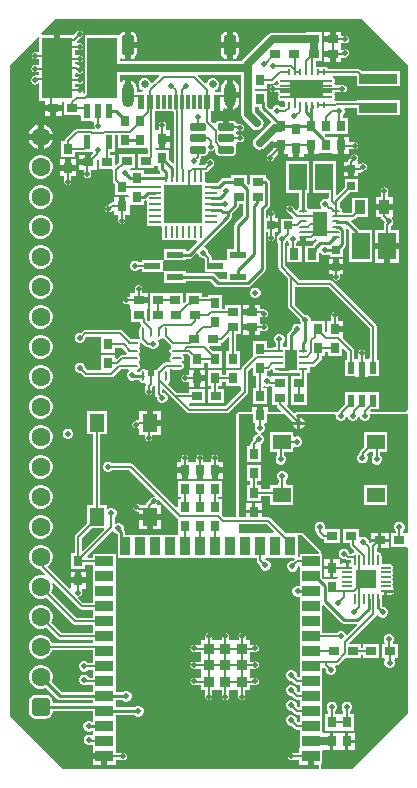
<source format=gbr>
G04*
G04 #@! TF.GenerationSoftware,Altium Limited,Altium Designer,25.2.1 (25)*
G04*
G04 Layer_Physical_Order=1*
G04 Layer_Color=255*
%FSLAX25Y25*%
%MOIN*%
G70*
G04*
G04 #@! TF.SameCoordinates,6E7B483F-BFF1-4FB3-8246-CE29AB42D2EF*
G04*
G04*
G04 #@! TF.FilePolarity,Positive*
G04*
G01*
G75*
%ADD10C,0.00600*%
%ADD17R,0.03150X0.03799*%
%ADD18R,0.03799X0.03150*%
%ADD19R,0.02756X0.02756*%
G04:AMPARAMS|DCode=20|XSize=23.62mil|YSize=7.87mil|CornerRadius=3.94mil|HoleSize=0mil|Usage=FLASHONLY|Rotation=0.000|XOffset=0mil|YOffset=0mil|HoleType=Round|Shape=RoundedRectangle|*
%AMROUNDEDRECTD20*
21,1,0.02362,0.00000,0,0,0.0*
21,1,0.01575,0.00787,0,0,0.0*
1,1,0.00787,0.00787,0.00000*
1,1,0.00787,-0.00787,0.00000*
1,1,0.00787,-0.00787,0.00000*
1,1,0.00787,0.00787,0.00000*
%
%ADD20ROUNDEDRECTD20*%
%ADD21R,0.03150X0.03937*%
%ADD22R,0.06122X0.09080*%
%ADD23O,0.00945X0.02362*%
%ADD24R,0.02800X0.01100*%
%ADD25R,0.03900X0.06700*%
%ADD26R,0.06100X0.05100*%
%ADD27R,0.02362X0.03937*%
%ADD28R,0.03765X0.04749*%
%ADD29R,0.05600X0.02200*%
%ADD30R,0.01063X0.03898*%
%ADD31R,0.03898X0.01063*%
%ADD33R,0.05100X0.06100*%
G04:AMPARAMS|DCode=34|XSize=31.88mil|YSize=9.55mil|CornerRadius=4.77mil|HoleSize=0mil|Usage=FLASHONLY|Rotation=0.000|XOffset=0mil|YOffset=0mil|HoleType=Round|Shape=RoundedRectangle|*
%AMROUNDEDRECTD34*
21,1,0.03188,0.00000,0,0,0.0*
21,1,0.02233,0.00955,0,0,0.0*
1,1,0.00955,0.01116,0.00000*
1,1,0.00955,-0.01116,0.00000*
1,1,0.00955,-0.01116,0.00000*
1,1,0.00955,0.01116,0.00000*
%
%ADD34ROUNDEDRECTD34*%
G04:AMPARAMS|DCode=35|XSize=9.55mil|YSize=31.88mil|CornerRadius=4.77mil|HoleSize=0mil|Usage=FLASHONLY|Rotation=0.000|XOffset=0mil|YOffset=0mil|HoleType=Round|Shape=RoundedRectangle|*
%AMROUNDEDRECTD35*
21,1,0.00955,0.02233,0,0,0.0*
21,1,0.00000,0.03188,0,0,0.0*
1,1,0.00955,0.00000,-0.01116*
1,1,0.00955,0.00000,-0.01116*
1,1,0.00955,0.00000,0.01116*
1,1,0.00955,0.00000,0.01116*
%
%ADD35ROUNDEDRECTD35*%
%ADD36R,0.03188X0.00955*%
%ADD37O,0.03543X0.00787*%
%ADD38O,0.00787X0.03543*%
%ADD39R,0.06693X0.06063*%
%ADD40R,0.05906X0.03543*%
%ADD41R,0.03543X0.05906*%
%ADD42R,0.03543X0.03543*%
%ADD43R,0.02756X0.02756*%
G04:AMPARAMS|DCode=44|XSize=53.54mil|YSize=23.62mil|CornerRadius=2.95mil|HoleSize=0mil|Usage=FLASHONLY|Rotation=180.000|XOffset=0mil|YOffset=0mil|HoleType=Round|Shape=RoundedRectangle|*
%AMROUNDEDRECTD44*
21,1,0.05354,0.01772,0,0,180.0*
21,1,0.04764,0.02362,0,0,180.0*
1,1,0.00591,-0.02382,0.00886*
1,1,0.00591,0.02382,0.00886*
1,1,0.00591,0.02382,-0.00886*
1,1,0.00591,-0.02382,-0.00886*
%
%ADD44ROUNDEDRECTD44*%
%ADD45R,0.01181X0.04528*%
%ADD46R,0.02362X0.04528*%
%ADD47R,0.02200X0.05000*%
%ADD48R,0.12800X0.03400*%
%ADD49R,0.10000X0.20000*%
%ADD52R,0.04764X0.07953*%
%ADD55R,0.12795X0.12795*%
%ADD73R,0.11024X0.05906*%
%ADD74C,0.00700*%
%ADD75C,0.01000*%
%ADD76C,0.02800*%
%ADD77C,0.06299*%
G04:AMPARAMS|DCode=78|XSize=62.99mil|YSize=62.99mil|CornerRadius=15.75mil|HoleSize=0mil|Usage=FLASHONLY|Rotation=90.000|XOffset=0mil|YOffset=0mil|HoleType=Round|Shape=RoundedRectangle|*
%AMROUNDEDRECTD78*
21,1,0.06299,0.03150,0,0,90.0*
21,1,0.03150,0.06299,0,0,90.0*
1,1,0.03150,0.01575,0.01575*
1,1,0.03150,0.01575,-0.01575*
1,1,0.03150,-0.01575,-0.01575*
1,1,0.03150,-0.01575,0.01575*
%
%ADD78ROUNDEDRECTD78*%
G04:AMPARAMS|DCode=79|XSize=70.87mil|YSize=39.37mil|CornerRadius=9.84mil|HoleSize=0mil|Usage=FLASHONLY|Rotation=270.000|XOffset=0mil|YOffset=0mil|HoleType=Round|Shape=RoundedRectangle|*
%AMROUNDEDRECTD79*
21,1,0.07087,0.01968,0,0,270.0*
21,1,0.05118,0.03937,0,0,270.0*
1,1,0.01968,-0.00984,-0.02559*
1,1,0.01968,-0.00984,0.02559*
1,1,0.01968,0.00984,0.02559*
1,1,0.01968,0.00984,-0.02559*
%
%ADD79ROUNDEDRECTD79*%
%ADD80O,0.03937X0.08268*%
%ADD81C,0.02559*%
%ADD82C,0.01968*%
G36*
X-16332Y107308D02*
X-18849Y104791D01*
X-19344Y105003D01*
X-19626Y105683D01*
X-20207Y106264D01*
X-20967Y106579D01*
X-21789D01*
X-22549Y106264D01*
X-23130Y105683D01*
X-23445Y104923D01*
Y104101D01*
X-23130Y103341D01*
X-22549Y102760D01*
X-22027Y102543D01*
X-22126Y102043D01*
X-24014D01*
Y103209D01*
X-24116Y103984D01*
X-24415Y104706D01*
X-24891Y105326D01*
X-25511Y105802D01*
X-26008Y106008D01*
Y101043D01*
X-28008D01*
Y106008D01*
X-28505Y105802D01*
X-29125Y105326D01*
X-29213Y105212D01*
X-29713Y105381D01*
Y107770D01*
X-16524D01*
X-16332Y107308D01*
D02*
G37*
G36*
X66296Y111001D02*
Y-3704D01*
X65303Y-4697D01*
X54091D01*
X53884Y-4197D01*
X54412Y-3669D01*
X56709D01*
Y1843D01*
X45291D01*
Y-2101D01*
X43478Y-3915D01*
X43238Y-4275D01*
X43211Y-4409D01*
X42996Y-4498D01*
X42619Y-4876D01*
X42576Y-4832D01*
X42503Y-4802D01*
X42437Y-4758D01*
X42359Y-4743D01*
X42286Y-4713D01*
X42207D01*
X42130Y-4697D01*
X29293D01*
X28986Y-4758D01*
X28726Y-4932D01*
X28122Y-4982D01*
X25964Y-2824D01*
X26155Y-2362D01*
X26388D01*
Y2138D01*
X26388Y2500D01*
X26388Y2862D01*
Y7362D01*
X21014D01*
Y7199D01*
X20514Y6992D01*
X20504Y7002D01*
X19852Y7272D01*
X19845D01*
X19362Y7313D01*
X19362Y7710D01*
Y8840D01*
X19705D01*
X20148Y8929D01*
X20525Y9180D01*
X20901Y9556D01*
X21363Y9365D01*
Y8209D01*
X25737D01*
Y8234D01*
X25947D01*
X26449Y8334D01*
X26492Y8363D01*
X29263D01*
Y8209D01*
X30290D01*
Y7362D01*
X27313D01*
Y2638D01*
X27313D01*
Y2362D01*
X27313D01*
Y-2362D01*
X32687D01*
Y2362D01*
X32687D01*
Y2638D01*
X32687D01*
Y7362D01*
X32610D01*
Y8209D01*
X33637D01*
Y10356D01*
X34708D01*
X35152Y10444D01*
X35528Y10695D01*
X37320Y12488D01*
X37571Y12864D01*
X37660Y13307D01*
X37660Y13308D01*
Y13813D01*
X38862D01*
Y15340D01*
X39638D01*
Y13813D01*
X44362D01*
Y16309D01*
X44824Y16500D01*
X46100Y15224D01*
Y12669D01*
X45291D01*
Y7158D01*
X48819D01*
Y6945D01*
X50000D01*
Y9913D01*
X52000D01*
Y6945D01*
X53181D01*
Y7158D01*
X56709D01*
Y12669D01*
X55900D01*
Y23760D01*
X55900Y23760D01*
X55812Y24204D01*
X55560Y24580D01*
X41320Y38820D01*
X40944Y39071D01*
X40500Y39160D01*
X30306D01*
X28335Y41131D01*
X25485Y43980D01*
Y51712D01*
X25827Y52055D01*
X25880Y52182D01*
X26421D01*
X26498Y51996D01*
X26840Y51654D01*
Y50756D01*
X26185D01*
Y45244D01*
X30909D01*
Y50756D01*
X29160D01*
Y51654D01*
X29502Y51996D01*
X29552Y52118D01*
X30031Y52263D01*
X30145Y52187D01*
X30476Y52121D01*
Y53500D01*
X32476D01*
Y52121D01*
X32808Y52187D01*
X33037Y52340D01*
X34154D01*
X34597Y52429D01*
X34974Y52680D01*
X35246Y52953D01*
X35864D01*
X36071Y52453D01*
X34599Y50981D01*
X34449Y50756D01*
X32091D01*
Y45244D01*
X36815D01*
Y48316D01*
X37315Y48415D01*
X37382Y48252D01*
X37881Y47754D01*
X38532Y47484D01*
X39237D01*
X39835Y47732D01*
X40083Y47640D01*
X40335Y47494D01*
Y47091D01*
X44665D01*
Y49565D01*
X45459Y50359D01*
X45744Y50785D01*
X45844Y51287D01*
Y55787D01*
X45768Y56169D01*
X46188Y56455D01*
X46445Y56199D01*
X46720Y55827D01*
X46720D01*
X46720Y55827D01*
Y45173D01*
X54417D01*
Y55827D01*
X50252D01*
X50218Y55997D01*
X49934Y56423D01*
X47391Y58965D01*
X47583Y59427D01*
X48043D01*
X48487Y59515D01*
X48863Y59767D01*
X49435Y60338D01*
X53134D01*
Y66662D01*
X47795D01*
Y61978D01*
X47563Y61746D01*
X44855D01*
X44469Y62246D01*
X44492Y62358D01*
X44400Y62819D01*
X44139Y63210D01*
X43748Y63471D01*
X43660Y63489D01*
Y64259D01*
X43660Y64259D01*
X43660Y64259D01*
Y65264D01*
X46975Y68579D01*
X49665D01*
Y72909D01*
X45335D01*
Y70219D01*
X42764Y67648D01*
X42302Y67840D01*
Y70789D01*
X42280Y70901D01*
Y78827D01*
X34584D01*
Y68173D01*
X39983D01*
Y66504D01*
X39483Y66170D01*
X39237Y66272D01*
X38532D01*
X37881Y66002D01*
X37382Y65504D01*
X37113Y64852D01*
Y64148D01*
X37382Y63496D01*
X37473Y63406D01*
X37266Y62906D01*
X33606D01*
X33187Y63102D01*
X33115Y63210D01*
X32789Y63428D01*
Y68173D01*
X33417D01*
Y78827D01*
X25720D01*
Y68173D01*
X30164D01*
Y63428D01*
X29838Y63210D01*
X29576Y62819D01*
X29568Y62779D01*
X29026Y62614D01*
X27820Y63820D01*
X27444Y64071D01*
X27000Y64160D01*
X26556Y64071D01*
X26180Y63820D01*
X25929Y63444D01*
X25840Y63000D01*
X25929Y62556D01*
X26180Y62180D01*
X28195Y60165D01*
X27988Y59665D01*
X24091D01*
Y55335D01*
X24091D01*
X24159Y54835D01*
X24155Y54830D01*
X23973D01*
X23322Y54560D01*
X22823Y54062D01*
X22554Y53411D01*
Y52706D01*
X22823Y52055D01*
X23166Y51712D01*
Y43500D01*
X23254Y43056D01*
X23505Y42680D01*
X26355Y39830D01*
Y30601D01*
X26443Y30158D01*
X26695Y29781D01*
X30344Y26132D01*
Y25648D01*
X30613Y24998D01*
X30611Y24993D01*
X30350Y24606D01*
X30303Y24585D01*
X29852Y24772D01*
X29148D01*
X28496Y24502D01*
X27998Y24004D01*
X27728Y23352D01*
Y23085D01*
X26572Y21928D01*
X26287Y21502D01*
X26187Y21000D01*
Y16912D01*
X25737Y16791D01*
X25737Y16791D01*
Y16791D01*
X25737Y16791D01*
X24710D01*
Y18204D01*
X25002Y18496D01*
X25272Y19148D01*
Y19852D01*
X25002Y20504D01*
X24504Y21002D01*
X23852Y21272D01*
X23148D01*
X22496Y21002D01*
X21998Y20504D01*
X21728Y19852D01*
Y19148D01*
X21998Y18496D01*
X22390Y18104D01*
Y16791D01*
X21363D01*
Y16613D01*
X19362D01*
Y18986D01*
X14638D01*
Y13742D01*
X11180Y10284D01*
X10929Y9908D01*
X10840Y9464D01*
Y9240D01*
X10362Y9187D01*
X10340Y9187D01*
X5638D01*
Y7660D01*
X4362D01*
Y9187D01*
X-362D01*
Y3813D01*
X840D01*
Y2862D01*
X-388D01*
Y-1862D01*
X4986D01*
Y2862D01*
X3160D01*
Y3813D01*
X4362D01*
Y5340D01*
X5638D01*
Y3813D01*
X10340D01*
X10362Y3813D01*
X10840Y3760D01*
Y2480D01*
X5520Y-2840D01*
X-6145D01*
X-6623Y-2362D01*
X-6416Y-1862D01*
X-1313D01*
Y2862D01*
X-6687D01*
Y1660D01*
X-10645D01*
X-13460Y4474D01*
X-13377Y5099D01*
X-13250Y5183D01*
X-12970Y5602D01*
X-12872Y6095D01*
Y8328D01*
X-12970Y8822D01*
X-13091Y9002D01*
X-12850Y9452D01*
X-12360Y9495D01*
X-12322Y9470D01*
X-11828Y9372D01*
X-9595D01*
X-9102Y9470D01*
X-8683Y9750D01*
X-8404Y10168D01*
X-8306Y10661D01*
X-8404Y11155D01*
X-8683Y11573D01*
X-8784Y11640D01*
Y12242D01*
X-8683Y12309D01*
X-8404Y12727D01*
X-8306Y13220D01*
X-8404Y13714D01*
X-8675Y14120D01*
X-8660Y14198D01*
X-8513Y14620D01*
X-7136D01*
X-6362Y13846D01*
Y10112D01*
X-1638D01*
Y11639D01*
X-362D01*
Y10112D01*
X4362D01*
Y15486D01*
X1278D01*
X88Y16676D01*
X280Y17138D01*
X3986D01*
Y18358D01*
X4343Y18429D01*
X4719Y18680D01*
X6378Y20339D01*
X6840Y20148D01*
Y15486D01*
X5638D01*
Y10112D01*
X10362D01*
Y15486D01*
X9160D01*
Y21138D01*
X10687D01*
Y25862D01*
X10687D01*
Y26138D01*
X10687D01*
Y30862D01*
X5313D01*
Y29660D01*
X4362D01*
Y34187D01*
X-362D01*
Y33660D01*
X-2313D01*
Y34862D01*
X-7687D01*
Y32117D01*
X-7720Y32095D01*
X-7720Y32095D01*
X-8150Y31665D01*
X-8612Y31856D01*
Y34862D01*
X-13986D01*
Y34862D01*
X-14313D01*
Y34862D01*
X-19687D01*
Y30138D01*
X-19687D01*
Y29862D01*
X-19687D01*
Y25659D01*
X-20187Y25452D01*
X-20590Y25855D01*
Y26275D01*
X-20612Y26387D01*
Y29513D01*
X-20400Y29925D01*
X-20400Y30274D01*
Y31500D01*
X-23299D01*
Y33500D01*
X-20400D01*
Y35075D01*
X-22240D01*
Y36400D01*
X-22328Y36843D01*
X-22580Y37220D01*
X-22956Y37471D01*
X-23400Y37559D01*
X-23843Y37471D01*
X-24220Y37220D01*
X-24471Y36843D01*
X-24559Y36400D01*
Y35075D01*
X-26199D01*
Y33660D01*
X-27500D01*
X-27944Y33571D01*
X-28320Y33320D01*
X-28571Y32944D01*
X-28660Y32500D01*
X-28571Y32056D01*
X-28320Y31680D01*
X-27944Y31429D01*
X-27500Y31340D01*
X-26552D01*
X-26199Y30987D01*
X-26199Y29925D01*
X-25986Y29513D01*
Y25138D01*
X-22862D01*
X-22821Y24931D01*
X-22570Y24555D01*
X-22540Y24526D01*
X-22623Y23901D01*
X-22750Y23817D01*
X-23030Y23398D01*
X-23128Y22905D01*
Y20672D01*
X-23030Y20178D01*
X-22998Y20131D01*
Y19603D01*
X-26030D01*
X-28746Y22320D01*
X-29122Y22571D01*
X-29566Y22660D01*
X-41157D01*
X-41600Y22571D01*
X-41977Y22320D01*
X-42561Y21736D01*
X-42648Y21772D01*
X-43352D01*
X-44004Y21502D01*
X-44502Y21004D01*
X-44772Y20352D01*
Y19648D01*
X-44502Y18996D01*
X-44004Y18498D01*
X-43352Y18228D01*
X-42648D01*
X-41996Y18498D01*
X-41498Y18996D01*
X-41228Y19648D01*
Y19788D01*
X-40676Y20340D01*
X-35862D01*
Y15112D01*
X-31138D01*
Y16639D01*
X-28905D01*
X-27607Y15342D01*
X-27596Y15286D01*
X-27325Y14880D01*
X-27340Y14802D01*
X-27487Y14380D01*
X-28800D01*
X-29244Y14292D01*
X-29620Y14040D01*
X-30638Y13023D01*
X-31138Y13230D01*
Y14187D01*
X-35862D01*
Y9160D01*
X-40337D01*
X-41228Y10051D01*
Y10352D01*
X-41498Y11004D01*
X-41996Y11502D01*
X-42648Y11772D01*
X-43352D01*
X-44004Y11502D01*
X-44502Y11004D01*
X-44772Y10352D01*
Y9648D01*
X-44502Y8996D01*
X-44004Y8498D01*
X-43352Y8228D01*
X-42686D01*
X-41637Y7180D01*
X-41261Y6929D01*
X-40817Y6840D01*
X-40817Y6840D01*
X-32536D01*
X-32092Y6929D01*
X-31716Y7180D01*
X-29394Y9502D01*
X-26946D01*
X-26898Y9470D01*
X-26724Y9435D01*
X-26668Y9326D01*
X-26604Y8902D01*
X-27002Y8504D01*
X-27272Y7852D01*
Y7148D01*
X-27002Y6496D01*
X-26504Y5998D01*
X-25852Y5728D01*
X-25148D01*
X-24496Y5998D01*
X-24451Y6043D01*
X-23118D01*
X-23030Y5602D01*
X-22750Y5183D01*
X-22332Y4904D01*
X-21839Y4806D01*
X-21350Y4903D01*
X-21334Y4893D01*
X-20991Y4539D01*
X-21071Y4419D01*
X-21160Y3975D01*
Y2000D01*
X-21071Y1556D01*
X-20820Y1180D01*
X-20444Y929D01*
X-20000Y840D01*
X-19556Y929D01*
X-19180Y1180D01*
X-18929Y1556D01*
X-18840Y2000D01*
Y3495D01*
X-18460Y3876D01*
X-18380Y3995D01*
X-17880Y3843D01*
Y1221D01*
X-17792Y777D01*
X-17540Y400D01*
X-17272Y132D01*
Y-352D01*
X-17002Y-1004D01*
X-16504Y-1502D01*
X-15852Y-1772D01*
X-15148D01*
X-14496Y-1502D01*
X-13998Y-1004D01*
X-13728Y-352D01*
Y352D01*
X-13998Y1004D01*
X-14496Y1502D01*
X-15148Y1772D01*
X-15561D01*
Y2642D01*
X-15099Y2833D01*
X-11945Y-320D01*
X-7445Y-4820D01*
X-7069Y-5071D01*
X-6625Y-5160D01*
X6000D01*
X6444Y-5071D01*
X6820Y-4820D01*
X12820Y1180D01*
X13071Y1556D01*
X13160Y2000D01*
Y8984D01*
X14176Y10000D01*
X14638Y9809D01*
Y7313D01*
X15840D01*
Y3187D01*
X14638D01*
Y-2187D01*
X19362D01*
Y3187D01*
X18160D01*
Y3681D01*
X18660Y3930D01*
X19148Y3728D01*
X19852D01*
X20194Y3870D01*
X20343Y3840D01*
X20343Y3840D01*
X20660D01*
X21014Y3487D01*
X21014Y2500D01*
X21014Y2138D01*
Y-2362D01*
X22573D01*
X22629Y-2645D01*
X22881Y-3021D01*
X24095Y-4235D01*
X23904Y-4697D01*
X19575D01*
Y-2900D01*
X18000D01*
Y-5799D01*
X16000D01*
Y-2900D01*
X14425D01*
Y-4697D01*
X10000D01*
X9693Y-4758D01*
X9432Y-4932D01*
X9258Y-5193D01*
X9197Y-5500D01*
Y-39840D01*
X5145D01*
X4362Y-39057D01*
Y-33813D01*
X3160D01*
Y-33187D01*
X4362D01*
Y-27813D01*
X-362D01*
Y-27813D01*
X-638D01*
Y-27813D01*
X-5362D01*
Y-27813D01*
X-5638D01*
Y-27813D01*
X-10362D01*
Y-33187D01*
X-9160D01*
Y-33813D01*
X-10362D01*
Y-36345D01*
X-10824Y-36536D01*
X-25180Y-22180D01*
X-25556Y-21929D01*
X-26000Y-21840D01*
X-32154D01*
X-32496Y-21498D01*
X-33148Y-21228D01*
X-33852D01*
X-34504Y-21498D01*
X-35002Y-21996D01*
X-35272Y-22648D01*
Y-23352D01*
X-35002Y-24004D01*
X-34504Y-24502D01*
X-33852Y-24772D01*
X-33148D01*
X-32496Y-24502D01*
X-32154Y-24160D01*
X-26480D01*
X-17930Y-32710D01*
X-18176Y-33171D01*
X-18293Y-33147D01*
X-18408D01*
X-18851Y-33236D01*
X-19228Y-33487D01*
X-19228Y-33487D01*
X-20820Y-35080D01*
X-21071Y-35456D01*
X-21100Y-35600D01*
X-22994D01*
X-23357Y-35357D01*
X-23801Y-35269D01*
X-24144D01*
X-24588Y-35357D01*
X-24964Y-35609D01*
X-25216Y-35985D01*
X-25304Y-36429D01*
X-25216Y-36872D01*
X-24964Y-37249D01*
X-24588Y-37500D01*
X-24315Y-37554D01*
X-24100Y-37770D01*
X-24100Y-37770D01*
X-23724Y-38021D01*
X-23280Y-38109D01*
X-23192Y-38598D01*
Y-38650D01*
X-19642D01*
X-16092D01*
Y-35600D01*
X-17280D01*
X-17423Y-35251D01*
X-17455Y-35100D01*
X-17222Y-34751D01*
X-17134Y-34307D01*
X-17157Y-34190D01*
X-16696Y-33944D01*
X-10362Y-40278D01*
Y-45486D01*
X-10729Y-45807D01*
X-27813D01*
Y-44881D01*
X-27913Y-44379D01*
X-28198Y-43953D01*
X-28424Y-43727D01*
Y-43197D01*
X-28694Y-42546D01*
X-29192Y-42048D01*
X-29844Y-41778D01*
X-30548D01*
X-30871Y-41911D01*
X-31370Y-41577D01*
Y-39876D01*
X-30998Y-39504D01*
X-30728Y-38852D01*
Y-38148D01*
X-30998Y-37496D01*
X-31496Y-36998D01*
X-32148Y-36728D01*
X-32852D01*
X-33504Y-36998D01*
X-33521Y-37015D01*
X-34021Y-36808D01*
Y-35812D01*
X-36199D01*
Y-12188D01*
X-34021D01*
Y-4513D01*
X-40696D01*
Y-12188D01*
X-38518D01*
Y-35812D01*
X-40696D01*
Y-41847D01*
X-44320Y-45471D01*
X-44571Y-45847D01*
X-44660Y-46291D01*
Y-51813D01*
X-45862D01*
Y-57187D01*
X-41138D01*
Y-55660D01*
X-38543D01*
Y-57028D01*
Y-62028D01*
Y-67027D01*
Y-68309D01*
X-41852D01*
X-43525Y-66636D01*
X-43523Y-66587D01*
X-43328Y-66126D01*
X-43056Y-66071D01*
X-42680Y-65820D01*
X-42429Y-65444D01*
X-42340Y-65000D01*
Y-63699D01*
X-40925D01*
Y-61799D01*
X-43500D01*
X-46075D01*
Y-63379D01*
X-46575Y-63586D01*
X-53632Y-56529D01*
X-53583Y-56150D01*
X-52850Y-55417D01*
X-52331Y-54520D01*
X-52063Y-53518D01*
Y-52482D01*
X-52331Y-51480D01*
X-52850Y-50583D01*
X-53583Y-49850D01*
X-54480Y-49331D01*
X-55482Y-49063D01*
X-56518D01*
X-57520Y-49331D01*
X-58417Y-49850D01*
X-59150Y-50583D01*
X-59669Y-51480D01*
X-59937Y-52482D01*
Y-53518D01*
X-59669Y-54520D01*
X-59150Y-55417D01*
X-58417Y-56150D01*
X-57520Y-56669D01*
X-56518Y-56937D01*
X-56340D01*
X-56330Y-56986D01*
X-56079Y-57362D01*
X-54681Y-58760D01*
X-54940Y-59208D01*
X-55482Y-59063D01*
X-56518D01*
X-57520Y-59331D01*
X-58417Y-59850D01*
X-59150Y-60583D01*
X-59669Y-61480D01*
X-59937Y-62482D01*
Y-63518D01*
X-59669Y-64520D01*
X-59150Y-65417D01*
X-58417Y-66150D01*
X-57520Y-66669D01*
X-56518Y-66937D01*
X-55482D01*
X-54480Y-66669D01*
X-54158Y-66482D01*
X-45351Y-75288D01*
X-44975Y-75540D01*
X-44532Y-75628D01*
X-38543D01*
Y-78309D01*
X-49051D01*
X-52518Y-74842D01*
X-52331Y-74520D01*
X-52063Y-73518D01*
Y-72482D01*
X-52331Y-71480D01*
X-52850Y-70583D01*
X-53583Y-69850D01*
X-54480Y-69331D01*
X-55482Y-69063D01*
X-56518D01*
X-57520Y-69331D01*
X-58417Y-69850D01*
X-59150Y-70583D01*
X-59669Y-71480D01*
X-59937Y-72482D01*
Y-73518D01*
X-59669Y-74520D01*
X-59150Y-75417D01*
X-58417Y-76150D01*
X-57520Y-76669D01*
X-56518Y-76937D01*
X-55482D01*
X-54480Y-76669D01*
X-54158Y-76482D01*
X-50352Y-80288D01*
X-49975Y-80540D01*
X-49531Y-80628D01*
X-38543D01*
Y-81840D01*
X-52235D01*
X-52331Y-81480D01*
X-52850Y-80583D01*
X-53583Y-79850D01*
X-54480Y-79331D01*
X-55482Y-79063D01*
X-56518D01*
X-57520Y-79331D01*
X-58417Y-79850D01*
X-59150Y-80583D01*
X-59669Y-81480D01*
X-59937Y-82482D01*
Y-83518D01*
X-59669Y-84520D01*
X-59150Y-85417D01*
X-58417Y-86150D01*
X-57520Y-86669D01*
X-56518Y-86937D01*
X-55482D01*
X-54480Y-86669D01*
X-53583Y-86150D01*
X-52850Y-85417D01*
X-52331Y-84520D01*
X-52235Y-84160D01*
X-38543D01*
Y-88309D01*
X-40186D01*
X-40496Y-87998D01*
X-41148Y-87728D01*
X-41852D01*
X-42504Y-87998D01*
X-43002Y-88496D01*
X-43272Y-89148D01*
Y-89852D01*
X-43002Y-90504D01*
X-42504Y-91002D01*
X-41852Y-91272D01*
X-41148D01*
X-40496Y-91002D01*
X-40123Y-90628D01*
X-38543D01*
Y-93309D01*
X-39869D01*
X-39998Y-92996D01*
X-40496Y-92498D01*
X-41148Y-92228D01*
X-41852D01*
X-42504Y-92498D01*
X-43002Y-92996D01*
X-43272Y-93648D01*
Y-94352D01*
X-43002Y-95004D01*
X-42504Y-95502D01*
X-41852Y-95772D01*
X-41148D01*
X-40801Y-95628D01*
X-38543D01*
Y-98156D01*
X-48988D01*
X-52438Y-94705D01*
X-52331Y-94520D01*
X-52063Y-93518D01*
Y-92482D01*
X-52331Y-91480D01*
X-52850Y-90583D01*
X-53583Y-89850D01*
X-54480Y-89331D01*
X-55482Y-89063D01*
X-56518D01*
X-57520Y-89331D01*
X-58417Y-89850D01*
X-59150Y-90583D01*
X-59669Y-91480D01*
X-59937Y-92482D01*
Y-93518D01*
X-59669Y-94520D01*
X-59150Y-95417D01*
X-58417Y-96150D01*
X-57520Y-96669D01*
X-56518Y-96937D01*
X-55482D01*
X-54480Y-96669D01*
X-54295Y-96561D01*
X-50460Y-100397D01*
X-50034Y-100681D01*
X-49531Y-100781D01*
X-38543D01*
Y-101884D01*
X-52017D01*
Y-101425D01*
X-52200Y-100504D01*
X-52722Y-99722D01*
X-53504Y-99200D01*
X-54425Y-99017D01*
X-57575D01*
X-58496Y-99200D01*
X-59278Y-99722D01*
X-59800Y-100504D01*
X-59983Y-101425D01*
Y-104575D01*
X-59800Y-105497D01*
X-59278Y-106278D01*
X-58496Y-106800D01*
X-57575Y-106983D01*
X-54425D01*
X-53504Y-106800D01*
X-52722Y-106278D01*
X-52200Y-105497D01*
X-52017Y-104575D01*
Y-104509D01*
X-38543D01*
Y-107744D01*
X-39028Y-107967D01*
X-39679Y-107697D01*
X-40384D01*
X-41035Y-107967D01*
X-41533Y-108465D01*
X-41803Y-109116D01*
Y-109821D01*
X-41533Y-110472D01*
X-41035Y-110970D01*
X-40384Y-111240D01*
X-39679D01*
X-39028Y-110970D01*
X-38543Y-111193D01*
Y-112298D01*
X-39043Y-112479D01*
X-39648Y-112228D01*
X-40352D01*
X-41004Y-112498D01*
X-41502Y-112996D01*
X-41772Y-113648D01*
Y-114352D01*
X-41502Y-115004D01*
X-41004Y-115502D01*
X-40352Y-115772D01*
X-39648D01*
X-39301Y-115628D01*
X-38543D01*
Y-116697D01*
X-38756D01*
Y-118468D01*
X-34803D01*
Y-119468D01*
X-33803D01*
Y-122240D01*
X-30850D01*
Y-120628D01*
X-28658D01*
X-28500Y-120660D01*
X-28056Y-120571D01*
X-27680Y-120320D01*
X-27429Y-119944D01*
X-27340Y-119500D01*
X-27429Y-119056D01*
X-27680Y-118680D01*
X-27711Y-118649D01*
X-28088Y-118397D01*
X-28532Y-118309D01*
X-30850D01*
Y-116697D01*
X-31063D01*
Y-112028D01*
Y-105781D01*
X-24724D01*
X-24504Y-106002D01*
X-23852Y-106272D01*
X-23148D01*
X-22496Y-106002D01*
X-21998Y-105504D01*
X-21728Y-104852D01*
Y-104148D01*
X-21998Y-103496D01*
X-22496Y-102998D01*
X-23148Y-102728D01*
X-23852D01*
X-24504Y-102998D01*
X-24661Y-103156D01*
X-31063D01*
Y-100781D01*
X-28724D01*
X-28504Y-101002D01*
X-27852Y-101272D01*
X-27148D01*
X-26496Y-101002D01*
X-25998Y-100504D01*
X-25728Y-99852D01*
Y-99148D01*
X-25998Y-98496D01*
X-26496Y-97998D01*
X-27148Y-97728D01*
X-27852D01*
X-28504Y-97998D01*
X-28661Y-98156D01*
X-31063D01*
Y-92027D01*
Y-87028D01*
Y-82028D01*
Y-77027D01*
Y-72027D01*
Y-67027D01*
Y-62028D01*
Y-57028D01*
Y-51910D01*
X-38543D01*
Y-53340D01*
X-40372D01*
X-40563Y-52878D01*
X-32170Y-44485D01*
X-31614Y-44637D01*
X-31199Y-45051D01*
X-30548Y-45321D01*
X-30543D01*
X-30439Y-45425D01*
Y-48276D01*
X-30413Y-48402D01*
Y-53287D01*
X15986D01*
Y-54146D01*
X16074Y-54589D01*
X16326Y-54966D01*
X17025Y-55665D01*
Y-56149D01*
X17294Y-56800D01*
X17793Y-57298D01*
X18444Y-57568D01*
X19149D01*
X19800Y-57298D01*
X20298Y-56800D01*
X20568Y-56149D01*
Y-55444D01*
X20298Y-54793D01*
X19800Y-54294D01*
X19149Y-54025D01*
X18835D01*
X18646Y-53787D01*
X18888Y-53287D01*
X28376D01*
X28573Y-53787D01*
X28012Y-54347D01*
X27529D01*
X26877Y-54617D01*
X26379Y-55115D01*
X26109Y-55767D01*
Y-56472D01*
X26379Y-57123D01*
X26877Y-57621D01*
X27529Y-57891D01*
X28233D01*
X28885Y-57621D01*
X29383Y-57123D01*
X29653Y-56472D01*
Y-56237D01*
X29854Y-56087D01*
X30354Y-56337D01*
Y-62498D01*
X30010Y-62728D01*
X29305D01*
X28654Y-62998D01*
X28155Y-63496D01*
X27886Y-64148D01*
Y-64852D01*
X28155Y-65504D01*
X28654Y-66002D01*
X29305Y-66272D01*
X30010D01*
X30354Y-66502D01*
Y-72027D01*
Y-77027D01*
Y-82028D01*
Y-87028D01*
Y-93081D01*
X29854Y-93214D01*
X29272Y-92632D01*
Y-92148D01*
X29002Y-91496D01*
X28504Y-90998D01*
X27852Y-90728D01*
X27148D01*
X26496Y-90998D01*
X25998Y-91496D01*
X25728Y-92148D01*
Y-92852D01*
X25998Y-93504D01*
X26496Y-94002D01*
X27148Y-94272D01*
X27632D01*
X28648Y-95288D01*
X29025Y-95540D01*
X29469Y-95628D01*
X30354D01*
Y-98081D01*
X29854Y-98214D01*
X29272Y-97632D01*
Y-97148D01*
X29002Y-96496D01*
X28504Y-95998D01*
X27852Y-95728D01*
X27148D01*
X26496Y-95998D01*
X25998Y-96496D01*
X25728Y-97148D01*
Y-97852D01*
X25998Y-98504D01*
X26496Y-99002D01*
X27148Y-99272D01*
X27632D01*
X28648Y-100288D01*
X29025Y-100540D01*
X29469Y-100628D01*
X30354D01*
Y-103081D01*
X29854Y-103214D01*
X29272Y-102632D01*
Y-102148D01*
X29002Y-101496D01*
X28504Y-100998D01*
X27852Y-100728D01*
X27148D01*
X26496Y-100998D01*
X25998Y-101496D01*
X25728Y-102148D01*
Y-102852D01*
X25998Y-103504D01*
X26496Y-104002D01*
X27148Y-104272D01*
X27632D01*
X28648Y-105289D01*
X29025Y-105540D01*
X29469Y-105628D01*
X30354D01*
Y-108081D01*
X29854Y-108214D01*
X29272Y-107632D01*
Y-107148D01*
X29002Y-106496D01*
X28504Y-105998D01*
X27852Y-105728D01*
X27148D01*
X26496Y-105998D01*
X25998Y-106496D01*
X25728Y-107148D01*
Y-107852D01*
X25998Y-108504D01*
X26496Y-109002D01*
X27148Y-109272D01*
X27632D01*
X28648Y-110289D01*
X29025Y-110540D01*
X29469Y-110628D01*
X30354D01*
Y-112028D01*
Y-116697D01*
X30142D01*
Y-118309D01*
X27531D01*
X27531Y-118309D01*
X27088Y-118397D01*
X26711Y-118649D01*
X26680Y-118680D01*
X26429Y-119056D01*
X26340Y-119500D01*
X26429Y-119944D01*
X26680Y-120320D01*
X27056Y-120571D01*
X27500Y-120660D01*
X27658Y-120628D01*
X30142D01*
Y-122240D01*
X33094D01*
Y-119468D01*
X35094D01*
Y-122240D01*
X36697D01*
Y-123796D01*
X-48501D01*
X-66296Y-106001D01*
Y111001D01*
X-56962Y120335D01*
X-56500Y120144D01*
Y115231D01*
X-57944D01*
X-58388Y115143D01*
X-58764Y114891D01*
X-59015Y114515D01*
X-59104Y114071D01*
X-59015Y113628D01*
X-58764Y113251D01*
X-58388Y113000D01*
X-57944Y112912D01*
X-56500D01*
Y110938D01*
X-58006D01*
X-58450Y110849D01*
X-58826Y110598D01*
X-59078Y110222D01*
X-59166Y109778D01*
X-59078Y109334D01*
X-58826Y108958D01*
X-58450Y108707D01*
X-58006Y108618D01*
X-56500D01*
Y107467D01*
X-57692D01*
X-57692Y107467D01*
X-58136Y107379D01*
X-58512Y107128D01*
X-58513Y107128D01*
X-58820Y106820D01*
X-58820Y106820D01*
X-59002Y106547D01*
X-59071Y106444D01*
Y106444D01*
X-59071Y106444D01*
X-59121Y106193D01*
X-59160Y106000D01*
X-59160Y106000D01*
X-59160Y106000D01*
X-59160Y105565D01*
X-59071Y105121D01*
X-58820Y104745D01*
X-58444Y104494D01*
X-58000Y104405D01*
X-57556Y104494D01*
X-57180Y104745D01*
X-57000Y105014D01*
X-56500Y104908D01*
Y99000D01*
X-54699D01*
Y97500D01*
X-51799D01*
X-48900D01*
Y98623D01*
X-48687Y98753D01*
X-48187Y98472D01*
Y94138D01*
X-42813D01*
X-42587Y93731D01*
Y92313D01*
X-39100D01*
Y92100D01*
X-38160D01*
Y90500D01*
X-38071Y90056D01*
X-38141Y89750D01*
X-38287Y89517D01*
X-38569Y89473D01*
X-38866Y89671D01*
X-39310Y89760D01*
X-43900D01*
X-44344Y89671D01*
X-44720Y89420D01*
X-47820Y86320D01*
X-48071Y85944D01*
X-48123Y85687D01*
X-49362D01*
Y80313D01*
X-44638D01*
Y81840D01*
X-41700D01*
X-41256Y81929D01*
X-40981Y82113D01*
X-38813D01*
X-38738Y82073D01*
X-38652Y81462D01*
X-39040Y81075D01*
X-39299D01*
Y78500D01*
X-40299D01*
Y77500D01*
X-43199D01*
Y75925D01*
X-41660D01*
Y74500D01*
X-41571Y74056D01*
X-41320Y73680D01*
X-40944Y73429D01*
X-40500Y73340D01*
X-40056Y73429D01*
X-39680Y73680D01*
X-39429Y74056D01*
X-39340Y74500D01*
Y75925D01*
X-37400D01*
Y79283D01*
X-37187Y79447D01*
X-36687Y79202D01*
Y76138D01*
X-32144D01*
X-32050Y76023D01*
Y72514D01*
X-31962Y72070D01*
X-31710Y71694D01*
X-31362Y71346D01*
Y67612D01*
X-26905D01*
X-26583Y67162D01*
X-26691Y66900D01*
X-28000D01*
Y64000D01*
X-30000D01*
Y66900D01*
X-31575D01*
Y65160D01*
X-32157D01*
X-32601Y65071D01*
X-32977Y64820D01*
X-33671Y64126D01*
X-33944Y64071D01*
X-34320Y63820D01*
X-34571Y63444D01*
X-34660Y63000D01*
X-34571Y62556D01*
X-34320Y62180D01*
X-33944Y61929D01*
X-33500Y61840D01*
X-33157D01*
X-32713Y61929D01*
X-32337Y62180D01*
X-32075Y62442D01*
X-31575Y62235D01*
Y61100D01*
X-30160D01*
Y59000D01*
X-30071Y58556D01*
X-29820Y58180D01*
X-29444Y57929D01*
X-29000Y57840D01*
X-28556Y57929D01*
X-28180Y58180D01*
X-27929Y58556D01*
X-27840Y59000D01*
Y61100D01*
X-26425D01*
Y63839D01*
X-26362Y64313D01*
X-25925Y64313D01*
X-21638D01*
Y65687D01*
X-21575D01*
X-21073Y65787D01*
X-21028Y65818D01*
X-20528Y65550D01*
Y61213D01*
Y57276D01*
X-15898D01*
Y57102D01*
X-15724D01*
Y52472D01*
X-4158D01*
X-3967Y52011D01*
X-6914Y49063D01*
X-7613D01*
Y49637D01*
X-14787D01*
Y46068D01*
X-15213Y45887D01*
X-15287Y45887D01*
X-22387D01*
Y45160D01*
X-23154D01*
X-23496Y45502D01*
X-24148Y45772D01*
X-24852D01*
X-25504Y45502D01*
X-26002Y45004D01*
X-26272Y44352D01*
Y43648D01*
X-26002Y42996D01*
X-25504Y42498D01*
X-24852Y42228D01*
X-24148D01*
X-23496Y42498D01*
X-23154Y42840D01*
X-22387D01*
Y42113D01*
X-15287D01*
X-15213Y42113D01*
X-14787Y41932D01*
Y38363D01*
X-7613D01*
Y38937D01*
X507D01*
X2073Y37372D01*
X2499Y37087D01*
X3001Y36987D01*
X12952D01*
X13454Y37087D01*
X13880Y37372D01*
X18577Y42069D01*
X18862Y42495D01*
X18962Y42997D01*
Y55122D01*
X19584D01*
Y53369D01*
X19673Y52925D01*
X19924Y52549D01*
X20300Y52298D01*
X20744Y52209D01*
X21188Y52298D01*
X21564Y52549D01*
X21815Y52925D01*
X21904Y53369D01*
Y55122D01*
X23122D01*
Y56500D01*
X20744D01*
Y58500D01*
X23122D01*
Y59878D01*
X21904D01*
Y61256D01*
X21815Y61700D01*
X21564Y62076D01*
X21188Y62327D01*
X20744Y62416D01*
X20300Y62327D01*
X19924Y62076D01*
X19673Y61700D01*
X19584Y61256D01*
Y59878D01*
X18962D01*
Y62510D01*
X19977Y63525D01*
X20261Y63951D01*
X20361Y64454D01*
Y71605D01*
X20261Y72107D01*
X19977Y72533D01*
X19582Y72928D01*
X19156Y73213D01*
X18986Y73246D01*
Y74362D01*
X13612D01*
Y71222D01*
X13150Y71031D01*
X12687Y71494D01*
Y74362D01*
X7313D01*
Y73313D01*
X5003D01*
X4500Y73213D01*
X4074Y72928D01*
X2871Y71724D01*
X-1102D01*
Y71898D01*
X-1276D01*
Y75280D01*
X-1060D01*
X-616Y75369D01*
X-240Y75620D01*
X335Y76195D01*
X417Y76318D01*
X1320Y77221D01*
X1320Y77221D01*
X1571Y77597D01*
X1660Y78041D01*
Y78384D01*
X1571Y78828D01*
X1320Y79204D01*
X944Y79456D01*
X500Y79544D01*
X56Y79456D01*
X-320Y79204D01*
X-571Y78828D01*
X-626Y78555D01*
X-1305Y77876D01*
X-1388Y77752D01*
X-1540Y77600D01*
X-2940D01*
X-3242Y78100D01*
X-3078Y78497D01*
Y79202D01*
X-3101Y79259D01*
X-2806Y79554D01*
X-2555Y79930D01*
X-2466Y80374D01*
Y80770D01*
X-1244D01*
X-822Y80854D01*
X-464Y81093D01*
X-224Y81452D01*
X-140Y81874D01*
Y82107D01*
X360Y82405D01*
X641Y82349D01*
X1084Y82438D01*
X1461Y82689D01*
X1640Y82958D01*
X2140Y82850D01*
Y81874D01*
X2224Y81452D01*
X2464Y81093D01*
X2822Y80854D01*
X3244Y80770D01*
X8008D01*
X8430Y80854D01*
X8788Y81093D01*
X9028Y81452D01*
X9112Y81874D01*
Y83646D01*
X9028Y84068D01*
X8996Y84115D01*
X8942Y84680D01*
X9228Y85109D01*
X9274Y85340D01*
X10500D01*
X10944Y85429D01*
X11320Y85680D01*
X11571Y86056D01*
X11660Y86500D01*
X11571Y86944D01*
X11320Y87320D01*
X10944Y87571D01*
X10500Y87660D01*
X9274D01*
X9228Y87891D01*
X9173Y87974D01*
X8968Y88370D01*
X9173Y88766D01*
X9228Y88849D01*
X9274Y89081D01*
X9829D01*
X10056Y88929D01*
X10500Y88840D01*
X10944Y88929D01*
X11320Y89180D01*
X11571Y89556D01*
X11660Y90000D01*
X11571Y90444D01*
X11320Y90820D01*
X11080Y91060D01*
X10704Y91312D01*
X10260Y91400D01*
X9274D01*
X9228Y91631D01*
X8942Y92060D01*
X8513Y92346D01*
X8008Y92447D01*
X6626D01*
Y90240D01*
X4626D01*
Y92447D01*
X3244D01*
X2739Y92346D01*
X2310Y92060D01*
X2024Y91631D01*
X2021Y91616D01*
X1478Y91451D01*
X609Y92321D01*
Y95516D01*
X1599D01*
Y98779D01*
X3598D01*
Y95516D01*
X4780D01*
Y96216D01*
X5280Y96462D01*
X5511Y96285D01*
X6008Y96079D01*
Y101043D01*
Y106008D01*
X5511Y105802D01*
X4891Y105326D01*
X4415Y104706D01*
X4116Y103984D01*
X4014Y103209D01*
Y102043D01*
X2126D01*
X2027Y102543D01*
X2549Y102760D01*
X3130Y103341D01*
X3445Y104101D01*
Y104923D01*
X3130Y105683D01*
X2549Y106264D01*
X1789Y106579D01*
X967D01*
X207Y106264D01*
X-374Y105683D01*
X-656Y105003D01*
X-1151Y104791D01*
X-3668Y107308D01*
X-3476Y107770D01*
X10770D01*
Y94500D01*
X10939Y93647D01*
X11423Y92923D01*
X14423Y89923D01*
X15146Y89439D01*
X16000Y89270D01*
X16853Y89439D01*
X17577Y89923D01*
X18060Y90646D01*
X18230Y91500D01*
X18060Y92353D01*
X17577Y93077D01*
X15230Y95424D01*
Y96813D01*
X16762D01*
Y96750D01*
X16862Y96248D01*
X17147Y95822D01*
X20725Y92244D01*
X20676Y91746D01*
X20423Y91577D01*
X15621Y86775D01*
X15325Y86577D01*
X14841Y85853D01*
X14672Y85000D01*
X14841Y84146D01*
X15325Y83423D01*
X16048Y82939D01*
X16902Y82770D01*
X17000D01*
X17853Y82939D01*
X18577Y83423D01*
X20963Y85809D01*
X21425Y85618D01*
Y85201D01*
X24000D01*
Y84201D01*
X25000D01*
Y81301D01*
X26425D01*
Y80301D01*
X28000D01*
Y83201D01*
X30000D01*
Y80301D01*
X31575D01*
Y81301D01*
X33000D01*
Y84201D01*
X35000D01*
Y81301D01*
X36575D01*
X36638Y81514D01*
X41013D01*
X41425Y81301D01*
X41774Y81301D01*
X43000D01*
Y84201D01*
Y87100D01*
X41774D01*
X41425Y87100D01*
X41013Y86888D01*
X39047D01*
X38853Y87178D01*
X38680Y87351D01*
X38872Y87813D01*
X41362D01*
Y87813D01*
X41638D01*
Y87813D01*
X46362D01*
Y93187D01*
X44662D01*
Y94158D01*
X45004Y94500D01*
X45274Y95151D01*
Y95856D01*
X45140Y96178D01*
X45474Y96678D01*
X49313D01*
Y94213D01*
X63687D01*
Y99187D01*
X49313D01*
Y98997D01*
X42535D01*
X42535Y98997D01*
X42091Y98909D01*
X42000Y98848D01*
X41953Y98870D01*
X41901Y98974D01*
X41834Y99479D01*
X41903Y99582D01*
X41964Y99890D01*
Y100677D01*
X41903Y100984D01*
X41766Y101189D01*
X41903Y101394D01*
X41964Y101701D01*
Y101840D01*
X45000D01*
X45444Y101929D01*
X45820Y102180D01*
X46071Y102556D01*
X46160Y103000D01*
X46071Y103444D01*
X45820Y103820D01*
X45444Y104071D01*
X45000Y104160D01*
X41964D01*
Y104299D01*
X41903Y104606D01*
X41766Y104811D01*
X41903Y105016D01*
X41964Y105323D01*
Y106110D01*
X41903Y106418D01*
X41729Y106678D01*
X41469Y106852D01*
X41468Y106852D01*
X41517Y107352D01*
X49108D01*
X49313Y107147D01*
Y103813D01*
X63687D01*
Y108787D01*
X50953D01*
X50408Y109332D01*
X50032Y109583D01*
X49588Y109671D01*
X39600D01*
X39592Y109712D01*
X39314Y110129D01*
X38897Y110407D01*
X38405Y110505D01*
X37914Y110407D01*
X37808Y110336D01*
X37421Y110163D01*
X37035Y110336D01*
X36929Y110407D01*
X36437Y110505D01*
X36128Y110444D01*
X35628Y110751D01*
Y112138D01*
X37687D01*
Y116862D01*
X37687D01*
Y117138D01*
X37687D01*
Y121862D01*
X32313D01*
Y121730D01*
X21251D01*
X20398Y121561D01*
X19674Y121077D01*
X11423Y112826D01*
X11025Y112230D01*
X-29713D01*
Y113113D01*
X-29213Y113370D01*
X-28766Y113072D01*
X-28008Y112921D01*
Y117500D01*
Y122079D01*
X-28766Y121928D01*
X-29423Y121490D01*
X-29861Y120833D01*
X-29870Y120787D01*
X-41287D01*
Y101706D01*
X-41666Y101375D01*
X-41769Y101399D01*
X-41990Y101964D01*
X-41929Y102056D01*
X-41840Y102500D01*
X-41929Y102944D01*
X-42180Y103320D01*
X-42556Y103571D01*
X-43000Y103660D01*
X-44500D01*
Y104681D01*
X-43000D01*
X-42556Y104769D01*
X-42180Y105020D01*
X-41929Y105396D01*
X-41840Y105840D01*
X-41929Y106284D01*
X-42180Y106660D01*
X-42556Y106912D01*
X-43000Y107000D01*
X-44500D01*
Y107969D01*
X-44000Y108237D01*
X-43878Y108155D01*
X-43434Y108067D01*
X-43091D01*
X-42647Y108155D01*
X-42271Y108406D01*
X-42019Y108782D01*
X-41931Y109226D01*
X-42019Y109670D01*
X-42271Y110046D01*
X-42647Y110298D01*
X-42919Y110352D01*
X-43387Y110820D01*
X-43764Y111071D01*
X-44208Y111160D01*
X-44500D01*
Y111840D01*
X-43000D01*
X-42556Y111929D01*
X-42180Y112180D01*
X-41929Y112556D01*
X-41840Y113000D01*
X-41929Y113444D01*
X-42180Y113820D01*
X-42556Y114071D01*
X-43000Y114160D01*
X-44500D01*
Y115937D01*
X-43000D01*
X-42556Y116025D01*
X-42180Y116277D01*
X-41929Y116653D01*
X-41840Y117097D01*
X-41929Y117541D01*
X-42180Y117917D01*
X-42556Y118168D01*
X-43000Y118256D01*
X-43716D01*
X-43923Y118756D01*
X-42180Y120499D01*
X-41929Y120876D01*
X-41840Y121319D01*
X-41929Y121763D01*
X-42180Y122139D01*
X-42556Y122391D01*
X-43000Y122479D01*
X-43444Y122391D01*
X-43820Y122139D01*
X-44959Y121000D01*
X-49500D01*
Y110000D01*
X-51500D01*
Y121000D01*
X-55644D01*
X-55835Y121462D01*
X-51001Y126296D01*
X51001D01*
X66296Y111001D01*
D02*
G37*
G36*
X41161Y105323D02*
X38110D01*
Y104299D01*
X41161D01*
Y103512D01*
X38110D01*
Y102488D01*
X41161D01*
Y101701D01*
X38110D01*
Y100677D01*
X41161D01*
Y99890D01*
X23839D01*
Y100677D01*
X26890D01*
Y101701D01*
X23839D01*
Y102488D01*
X26890D01*
Y103512D01*
X23839D01*
Y104299D01*
X26890D01*
Y105323D01*
X23839D01*
Y106110D01*
X41161D01*
Y105323D01*
D02*
G37*
G36*
X23036Y105491D02*
Y105323D01*
X23097Y105016D01*
X23234Y104811D01*
X23097Y104606D01*
X23036Y104299D01*
Y104160D01*
X21500D01*
X21056Y104071D01*
X20680Y103820D01*
X20429Y103444D01*
X20340Y103000D01*
X20429Y102556D01*
X20680Y102180D01*
X21056Y101929D01*
X21500Y101840D01*
X23036D01*
Y101701D01*
X23097Y101394D01*
X23234Y101189D01*
X23097Y100984D01*
X23036Y100677D01*
Y99890D01*
X23097Y99582D01*
X23271Y99322D01*
X23531Y99148D01*
X23839Y99087D01*
X25118D01*
X25388Y98587D01*
X25310Y98197D01*
Y97135D01*
X24971Y96796D01*
X24184D01*
X23732Y97248D01*
X23081Y97518D01*
X22376D01*
X21725Y97248D01*
X21226Y96750D01*
X21054Y96334D01*
X20495Y96186D01*
X19387Y97294D01*
Y98425D01*
X19362Y98552D01*
Y102187D01*
X15230D01*
Y103112D01*
X19362D01*
Y104639D01*
X20997D01*
X21441Y104728D01*
X21817Y104979D01*
X22536Y105698D01*
X23036Y105491D01*
D02*
G37*
G36*
X-12056Y95722D02*
X-11804Y95346D01*
X-11628Y95170D01*
Y78313D01*
X-12090Y78122D01*
X-13138Y79169D01*
Y82687D01*
X-17516D01*
X-17820Y83187D01*
X-17709Y83400D01*
X-16500D01*
Y86299D01*
X-15500D01*
Y87299D01*
X-12925D01*
Y89199D01*
X-14340D01*
Y91000D01*
X-14429Y91444D01*
X-14680Y91820D01*
X-15056Y92071D01*
X-15500Y92160D01*
X-15944Y92071D01*
X-16320Y91820D01*
X-16571Y91444D01*
X-16660Y91000D01*
Y89199D01*
X-18070D01*
Y95728D01*
X-12057D01*
X-12056Y95722D01*
D02*
G37*
G36*
X-30362Y83313D02*
X-25638D01*
Y83313D01*
X-25362D01*
Y83313D01*
X-20638D01*
X-20390Y82916D01*
Y81362D01*
X-23687D01*
Y76638D01*
X-18313D01*
Y77194D01*
X-17862Y77313D01*
Y77313D01*
X-16813D01*
Y76303D01*
X-16713Y75801D01*
X-16428Y75375D01*
X-16165Y75112D01*
X-16372Y74612D01*
X-21638D01*
Y75986D01*
X-26154D01*
X-26279Y76138D01*
X-26043Y76638D01*
X-24612D01*
Y81362D01*
X-29986D01*
Y78448D01*
X-30343Y78210D01*
X-30851Y77702D01*
X-31313Y77893D01*
Y80862D01*
X-32840D01*
Y82113D01*
X-31413D01*
Y87506D01*
X-30362D01*
Y83313D01*
D02*
G37*
G36*
X11437Y60819D02*
X8872Y58254D01*
X8587Y57828D01*
X8487Y57325D01*
Y49637D01*
X6213D01*
Y46068D01*
X5787Y45887D01*
X5723Y45887D01*
X910D01*
Y46750D01*
X821Y47194D01*
X570Y47570D01*
X570Y47570D01*
X-129Y48269D01*
Y48753D01*
X-399Y49404D01*
X-897Y49902D01*
X-1433Y50125D01*
X-1630Y50634D01*
X7457Y59722D01*
X7742Y60148D01*
X7842Y60650D01*
Y61472D01*
X9528Y63159D01*
X9813Y63585D01*
X9913Y64087D01*
Y64638D01*
X11437D01*
Y60819D01*
D02*
G37*
G36*
X-3624Y47933D02*
X-3402Y47397D01*
X-2904Y46899D01*
X-2253Y46629D01*
X-1769D01*
X-1410Y46270D01*
Y44750D01*
X-1387Y44638D01*
Y42113D01*
X5723D01*
X5787Y42113D01*
X6213Y41932D01*
Y39613D01*
X3545D01*
X1979Y41178D01*
X1553Y41463D01*
X1051Y41563D01*
X-7613D01*
Y42137D01*
X-14713D01*
X-14787Y42137D01*
X-15213Y42318D01*
Y45682D01*
X-14787Y45863D01*
X-14713Y45863D01*
X-7613D01*
Y46437D01*
X-6371D01*
X-5868Y46537D01*
X-5443Y46822D01*
X-4134Y48130D01*
X-3624Y47933D01*
D02*
G37*
G36*
X-15073Y19760D02*
X-14655Y19481D01*
X-14599Y19469D01*
X-13031Y17901D01*
X-13019Y17845D01*
X-12740Y17427D01*
X-12640Y17360D01*
Y16758D01*
X-12740Y16691D01*
X-13019Y16273D01*
X-13118Y15779D01*
X-13019Y15286D01*
X-12740Y14868D01*
X-12640Y14801D01*
Y14199D01*
X-12740Y14132D01*
X-13019Y13714D01*
X-13118Y13220D01*
X-13019Y12727D01*
X-12748Y12321D01*
X-12763Y12243D01*
X-12910Y11821D01*
X-14387D01*
X-14831Y11733D01*
X-15207Y11481D01*
X-17158Y9531D01*
X-17214Y9519D01*
X-17632Y9240D01*
X-18173Y9331D01*
X-18214Y9393D01*
X-18280Y9437D01*
Y7212D01*
X-20279D01*
Y9437D01*
X-20345Y9393D01*
X-20386Y9331D01*
X-20927Y9240D01*
X-21345Y9519D01*
X-21839Y9618D01*
X-22332Y9519D01*
X-22750Y9240D01*
X-23030Y8822D01*
X-23060Y8668D01*
X-23926D01*
X-24092Y8885D01*
X-23882Y9430D01*
X-23678Y9470D01*
X-23260Y9750D01*
X-22981Y10168D01*
X-22882Y10661D01*
X-22981Y11155D01*
X-23260Y11573D01*
X-23360Y11640D01*
Y12242D01*
X-23260Y12309D01*
X-22981Y12727D01*
X-22882Y13220D01*
X-22981Y13714D01*
X-23260Y14132D01*
X-23360Y14199D01*
Y14801D01*
X-23260Y14868D01*
X-22981Y15286D01*
X-22882Y15779D01*
X-22981Y16273D01*
X-23182Y16574D01*
X-23036Y16977D01*
X-22960Y17074D01*
X-22907D01*
Y18216D01*
X-22407Y18423D01*
X-21151Y17167D01*
X-21151Y17167D01*
X-20775Y16916D01*
X-20331Y16827D01*
X-20331Y16827D01*
X-19823D01*
X-19480Y16485D01*
X-18829Y16216D01*
X-18124D01*
X-17473Y16485D01*
X-16975Y16984D01*
X-16705Y17635D01*
Y18339D01*
X-16945Y18917D01*
X-16795Y19228D01*
X-16670Y19392D01*
X-16227Y19481D01*
X-15809Y19760D01*
X-15742Y19860D01*
X-15140D01*
X-15073Y19760D01*
D02*
G37*
G36*
X29381Y36929D02*
X29825Y36840D01*
X40020D01*
X53580Y23280D01*
Y13125D01*
X53181Y12882D01*
X52160D01*
Y15000D01*
X52071Y15444D01*
X51820Y15820D01*
X51444Y16071D01*
X51000Y16160D01*
X50556Y16071D01*
X50180Y15820D01*
X49929Y15444D01*
X49840Y15000D01*
Y12882D01*
X48819D01*
X48419Y13125D01*
Y15705D01*
X48331Y16148D01*
X48080Y16524D01*
X44575Y20030D01*
Y21799D01*
X42000D01*
Y23799D01*
X44575D01*
Y25699D01*
X43160D01*
Y27500D01*
X43071Y27944D01*
X42820Y28320D01*
X42444Y28571D01*
X42000Y28660D01*
X41556Y28571D01*
X41180Y28320D01*
X40929Y27944D01*
X40840Y27500D01*
Y25699D01*
X39425D01*
Y22376D01*
X38925Y22108D01*
X38862Y22151D01*
Y25486D01*
X34349D01*
X34078Y25581D01*
X33887Y25883D01*
Y26352D01*
X33618Y27004D01*
X33119Y27502D01*
X32468Y27772D01*
X31984D01*
X28674Y31082D01*
Y36844D01*
X29174Y37067D01*
X29381Y36929D01*
D02*
G37*
G36*
X66296Y-44766D02*
X65986Y-45138D01*
X65796Y-45138D01*
X64660D01*
Y-44346D01*
X65002Y-44004D01*
X65272Y-43352D01*
Y-42648D01*
X65002Y-41996D01*
X64504Y-41498D01*
X63852Y-41228D01*
X63148D01*
X62496Y-41498D01*
X61998Y-41996D01*
X61728Y-42648D01*
Y-43352D01*
X61998Y-44004D01*
X62340Y-44346D01*
Y-45138D01*
X60612D01*
Y-49862D01*
X65796D01*
X65986Y-49862D01*
X66296Y-50234D01*
Y-105204D01*
X47704Y-123796D01*
X37500D01*
Y-122028D01*
X37835D01*
Y-117682D01*
X38335Y-117361D01*
X38425Y-117400D01*
Y-117400D01*
X38481Y-117400D01*
X40500D01*
Y-114500D01*
Y-111600D01*
X38507D01*
X38425Y-111600D01*
Y-111600D01*
X38335Y-111624D01*
X37835Y-111279D01*
Y-107027D01*
Y-102027D01*
Y-97027D01*
Y-92027D01*
Y-90073D01*
X38179Y-89919D01*
X38335Y-89903D01*
X38925Y-90493D01*
Y-91049D01*
X39195Y-91701D01*
X39693Y-92199D01*
X40345Y-92469D01*
X41050D01*
X41701Y-92199D01*
X42199Y-91701D01*
X42469Y-91049D01*
Y-90345D01*
X42199Y-89693D01*
X42111Y-89605D01*
X42318Y-89105D01*
X42598D01*
X43022Y-89021D01*
X43382Y-88781D01*
X44976Y-87187D01*
X45313Y-86862D01*
Y-86862D01*
X45313Y-86862D01*
X50687D01*
Y-85660D01*
X51313D01*
Y-86862D01*
X56687D01*
Y-82138D01*
X51313D01*
Y-83340D01*
X50687D01*
Y-82138D01*
X47043D01*
X46835Y-81638D01*
X55646Y-72827D01*
X55887Y-72467D01*
X55905Y-72377D01*
X56424Y-72326D01*
X56498Y-72504D01*
X56996Y-73002D01*
X57648Y-73272D01*
X58352D01*
X59004Y-73002D01*
X59502Y-72504D01*
X59772Y-71852D01*
Y-71148D01*
X59502Y-70496D01*
X59004Y-69998D01*
X58352Y-69728D01*
X58085D01*
X57750Y-69393D01*
Y-66925D01*
X57650Y-66423D01*
X57641Y-66410D01*
Y-65858D01*
X58425D01*
Y-64437D01*
X58925D01*
Y-64067D01*
X60303D01*
X60764Y-63975D01*
X60821Y-63937D01*
X61625D01*
X61616Y-63893D01*
X61325Y-63458D01*
X61416Y-63323D01*
X61507Y-62862D01*
X61416Y-62401D01*
X61198Y-62075D01*
X61416Y-61748D01*
X61507Y-61287D01*
X61416Y-60827D01*
X61198Y-60500D01*
X61416Y-60173D01*
X61507Y-59713D01*
X61416Y-59252D01*
X61198Y-58925D01*
X61416Y-58599D01*
X61507Y-58138D01*
X61416Y-57677D01*
X61198Y-57350D01*
X61416Y-57024D01*
X61507Y-56563D01*
X61416Y-56102D01*
X61155Y-55712D01*
X60764Y-55450D01*
X60303Y-55359D01*
X57641D01*
Y-52697D01*
X57550Y-52236D01*
X57288Y-51845D01*
X56898Y-51584D01*
X56437Y-51493D01*
X56408Y-51498D01*
X56022Y-51181D01*
Y-50075D01*
X56500D01*
Y-48000D01*
X54100D01*
Y-48135D01*
X53674Y-48430D01*
X53569Y-48429D01*
X53272Y-48132D01*
Y-47648D01*
X53002Y-46996D01*
X52504Y-46498D01*
X51852Y-46228D01*
X51148D01*
X50496Y-46498D01*
X50486Y-46508D01*
X49986Y-46301D01*
Y-43638D01*
X44612D01*
Y-48362D01*
X46890D01*
Y-49034D01*
X46978Y-49478D01*
X47230Y-49854D01*
X48393Y-51017D01*
X48228Y-51559D01*
X48102Y-51584D01*
X47712Y-51845D01*
X47684Y-51887D01*
X46815D01*
X46772Y-51843D01*
Y-51648D01*
X46502Y-50996D01*
X46004Y-50498D01*
X45352Y-50228D01*
X44648D01*
X43996Y-50498D01*
X43498Y-50996D01*
X43228Y-51648D01*
Y-52352D01*
X43498Y-53004D01*
X43996Y-53502D01*
X44648Y-53772D01*
X45352D01*
X45400Y-53752D01*
X45515Y-53867D01*
X45515Y-53867D01*
X45891Y-54118D01*
X46335Y-54207D01*
X46335Y-54207D01*
X47359D01*
Y-55142D01*
X46575D01*
Y-56563D01*
X45575D01*
Y-55142D01*
X44697D01*
X44153Y-55250D01*
X44075Y-55302D01*
X43575Y-55094D01*
Y-53801D01*
X41500D01*
Y-56701D01*
Y-59600D01*
X43104D01*
X43212Y-59850D01*
X42876Y-60313D01*
X38638D01*
Y-60321D01*
X38176Y-60513D01*
X37835Y-60171D01*
Y-57028D01*
Y-51910D01*
X37500D01*
Y-51000D01*
X31500Y-45000D01*
X25420D01*
X20599Y-40180D01*
X20223Y-39929D01*
X19780Y-39840D01*
X17575D01*
Y-38500D01*
X15000D01*
X12425D01*
Y-39840D01*
X10000D01*
Y-5500D01*
X14638D01*
Y-8486D01*
X15301D01*
X15508Y-8986D01*
X15498Y-8996D01*
X15228Y-9648D01*
Y-10352D01*
X15498Y-11004D01*
X15996Y-11502D01*
X16239Y-11602D01*
X16254Y-11723D01*
X16189Y-12123D01*
X15647Y-12348D01*
X15149Y-12846D01*
X14879Y-13497D01*
Y-13981D01*
X14180Y-14680D01*
X13929Y-15056D01*
X13840Y-15500D01*
Y-16014D01*
X12638D01*
Y-21388D01*
X17362D01*
Y-16014D01*
X17361D01*
X17262Y-15514D01*
X17654Y-15351D01*
X18153Y-14853D01*
X18422Y-14202D01*
Y-13497D01*
X18153Y-12846D01*
X17654Y-12348D01*
X17412Y-12247D01*
X17397Y-12126D01*
X17461Y-11727D01*
X18004Y-11502D01*
X18502Y-11004D01*
X18772Y-10352D01*
Y-9648D01*
X18502Y-8996D01*
X18492Y-8986D01*
X18699Y-8486D01*
X19362D01*
Y-5500D01*
X25360D01*
X27860Y-8000D01*
X29500D01*
Y-6360D01*
X29102Y-5962D01*
X29293Y-5500D01*
X42130D01*
X42228Y-5648D01*
Y-6352D01*
X42498Y-7004D01*
X42996Y-7502D01*
X43648Y-7772D01*
X44352D01*
X45004Y-7502D01*
X45502Y-7004D01*
X45750Y-6405D01*
X46000Y-6377D01*
X46250Y-6405D01*
X46498Y-7004D01*
X46996Y-7502D01*
X47648Y-7772D01*
X48352D01*
X49004Y-7502D01*
X49502Y-7004D01*
X49750Y-6405D01*
X50000Y-6377D01*
X50250Y-6405D01*
X50498Y-7004D01*
X50996Y-7502D01*
X51648Y-7772D01*
X52352D01*
X53004Y-7502D01*
X53502Y-7004D01*
X53772Y-6352D01*
Y-5648D01*
X53870Y-5500D01*
X66296D01*
Y-44766D01*
D02*
G37*
G36*
X21678Y-44538D02*
X21486Y-45000D01*
X10000D01*
Y-42160D01*
X19299D01*
X21678Y-44538D01*
D02*
G37*
G36*
X-34914Y-43949D02*
X-41878Y-50914D01*
X-42340Y-50722D01*
Y-46772D01*
X-39056Y-43487D01*
X-35105D01*
X-34914Y-43949D01*
D02*
G37*
G36*
X36697Y-51333D02*
Y-51910D01*
X30354D01*
Y-52873D01*
X30205Y-52999D01*
X29934Y-52930D01*
X29705Y-52766D01*
Y-45807D01*
X30203Y-45803D01*
X31168D01*
X36697Y-51333D01*
D02*
G37*
G36*
X-43153Y-70288D02*
X-42776Y-70540D01*
X-42333Y-70628D01*
X-38543D01*
Y-73309D01*
X-44051D01*
X-52518Y-64842D01*
X-52331Y-64520D01*
X-52063Y-63518D01*
Y-62482D01*
X-52208Y-61940D01*
X-51760Y-61681D01*
X-43153Y-70288D01*
D02*
G37*
G36*
X44043Y-74912D02*
X44469Y-75197D01*
X44971Y-75297D01*
X49333D01*
X49549Y-75789D01*
X46234Y-79104D01*
X45687Y-78943D01*
X45502Y-78496D01*
X45004Y-77998D01*
X44352Y-77728D01*
X43648D01*
X42996Y-77998D01*
X42654Y-78340D01*
X37835D01*
Y-77027D01*
Y-72027D01*
Y-69358D01*
X38297Y-69166D01*
X44043Y-74912D01*
D02*
G37*
%LPC*%
G36*
X40299Y122075D02*
X38400D01*
Y120500D01*
X40299D01*
Y122075D01*
D02*
G37*
G36*
X8008Y122079D02*
Y118500D01*
X10015D01*
Y120059D01*
X9861Y120833D01*
X9423Y121490D01*
X8766Y121928D01*
X8008Y122079D01*
D02*
G37*
G36*
X6008D02*
X5249Y121928D01*
X4593Y121490D01*
X4154Y120833D01*
X4000Y120059D01*
Y118500D01*
X6008D01*
Y122079D01*
D02*
G37*
G36*
X-26008D02*
Y118500D01*
X-24001D01*
Y120059D01*
X-24155Y120833D01*
X-24593Y121490D01*
X-25249Y121928D01*
X-26008Y122079D01*
D02*
G37*
G36*
X10015Y116500D02*
X8008D01*
Y112921D01*
X8766Y113072D01*
X9423Y113510D01*
X9861Y114167D01*
X10015Y114941D01*
Y116500D01*
D02*
G37*
G36*
X-24001Y116500D02*
X-26008D01*
Y112921D01*
X-25249Y113072D01*
X-24593Y113510D01*
X-24155Y114167D01*
X-24001Y114941D01*
Y116500D01*
D02*
G37*
G36*
X6008Y116500D02*
X4000D01*
Y114941D01*
X4154Y114167D01*
X4593Y113510D01*
X5249Y113072D01*
X6008Y112921D01*
Y116500D01*
D02*
G37*
G36*
X44199Y122075D02*
X42299D01*
Y119500D01*
X41299D01*
Y118500D01*
X38400D01*
Y116925D01*
Y115500D01*
X41299D01*
Y114500D01*
X42299D01*
Y111925D01*
X44199D01*
Y113340D01*
X45000D01*
X45444Y113429D01*
X45820Y113680D01*
X46320Y114180D01*
X46571Y114556D01*
X46660Y115000D01*
X46571Y115444D01*
X46320Y115820D01*
X45944Y116071D01*
X45500Y116160D01*
X45056Y116071D01*
X44699Y115833D01*
X44620Y115848D01*
X44199Y116046D01*
Y118340D01*
X45500D01*
X45944Y118429D01*
X46320Y118680D01*
X46571Y119056D01*
X46660Y119500D01*
X46571Y119944D01*
X46320Y120320D01*
X45944Y120571D01*
X45500Y120660D01*
X44199D01*
Y122075D01*
D02*
G37*
G36*
X40299Y113500D02*
X38400D01*
Y111925D01*
X40299D01*
Y113500D01*
D02*
G37*
G36*
X8008Y106008D02*
Y102043D01*
X10002D01*
Y103209D01*
X9900Y103984D01*
X9601Y104706D01*
X9125Y105326D01*
X8505Y105802D01*
X8008Y106008D01*
D02*
G37*
G36*
X10002Y100043D02*
X8008D01*
Y96079D01*
X8505Y96285D01*
X9125Y96761D01*
X9601Y97381D01*
X9900Y98103D01*
X10002Y98878D01*
Y100043D01*
D02*
G37*
G36*
X-48900Y95500D02*
X-50799D01*
Y93925D01*
X-48900D01*
Y95500D01*
D02*
G37*
G36*
X-52799D02*
X-54699D01*
Y93925D01*
X-52799D01*
Y95500D01*
D02*
G37*
G36*
X-55000Y91028D02*
Y88000D01*
X-51972D01*
X-52133Y88602D01*
X-52680Y89548D01*
X-53452Y90320D01*
X-54398Y90867D01*
X-55000Y91028D01*
D02*
G37*
G36*
X-57000D02*
X-57602Y90867D01*
X-58548Y90320D01*
X-59320Y89548D01*
X-59867Y88602D01*
X-60028Y88000D01*
X-57000D01*
Y91028D01*
D02*
G37*
G36*
X-51972Y86000D02*
X-55000D01*
Y82972D01*
X-54398Y83133D01*
X-53452Y83679D01*
X-52680Y84452D01*
X-52133Y85398D01*
X-51972Y86000D01*
D02*
G37*
G36*
X-57000D02*
X-60028D01*
X-59867Y85398D01*
X-59320Y84452D01*
X-58548Y83679D01*
X-57602Y83133D01*
X-57000Y82972D01*
Y86000D01*
D02*
G37*
G36*
X45000Y87100D02*
Y84201D01*
Y81301D01*
X46575D01*
Y82840D01*
X48660D01*
X49104Y82929D01*
X49480Y83180D01*
X49731Y83556D01*
X49819Y84000D01*
X49731Y84444D01*
X49480Y84820D01*
X49104Y85071D01*
X48660Y85160D01*
X46575D01*
Y87100D01*
X45000D01*
D02*
G37*
G36*
X-41299Y81075D02*
X-43199D01*
Y79500D01*
X-41299D01*
Y81075D01*
D02*
G37*
G36*
X23000Y83201D02*
X21425D01*
Y82941D01*
X19680Y81196D01*
X19429Y80820D01*
X19340Y80376D01*
Y80000D01*
X19429Y79556D01*
X19680Y79180D01*
X20056Y78929D01*
X20500Y78840D01*
X20944Y78929D01*
X21320Y79180D01*
X21571Y79556D01*
X21634Y79870D01*
X23000Y81236D01*
Y83201D01*
D02*
G37*
G36*
X-44425Y79600D02*
X-46000D01*
Y77701D01*
X-44425D01*
Y79600D01*
D02*
G37*
G36*
X-48000D02*
X-49575D01*
Y77701D01*
X-48000D01*
Y79600D01*
D02*
G37*
G36*
X48500Y81160D02*
X48056Y81071D01*
X47680Y80820D01*
X47429Y80444D01*
X47374Y80171D01*
X46680Y79477D01*
X46429Y79101D01*
X46340Y78657D01*
Y78634D01*
X45122D01*
Y77256D01*
X47500D01*
Y76256D01*
X48500D01*
Y73878D01*
X49878D01*
Y75096D01*
X50413D01*
X50856Y75185D01*
X51233Y75436D01*
X51671Y75874D01*
X51944Y75929D01*
X52320Y76180D01*
X52571Y76556D01*
X52660Y77000D01*
X52571Y77444D01*
X52320Y77820D01*
X51944Y78071D01*
X51500Y78160D01*
X51157D01*
X50713Y78071D01*
X50378Y77848D01*
X50215Y77886D01*
X49878Y78068D01*
Y78634D01*
X49786D01*
X49519Y79134D01*
X49571Y79213D01*
X49660Y79657D01*
Y80000D01*
X49571Y80444D01*
X49320Y80820D01*
X48944Y81071D01*
X48500Y81160D01*
D02*
G37*
G36*
X46500Y75256D02*
X45122D01*
Y73878D01*
X46500D01*
Y75256D01*
D02*
G37*
G36*
X-55482Y80937D02*
X-56518D01*
X-57520Y80669D01*
X-58417Y80150D01*
X-59150Y79417D01*
X-59669Y78520D01*
X-59937Y77518D01*
Y76482D01*
X-59669Y75480D01*
X-59150Y74583D01*
X-58417Y73850D01*
X-57520Y73331D01*
X-56518Y73063D01*
X-55482D01*
X-54480Y73331D01*
X-53583Y73850D01*
X-52850Y74583D01*
X-52331Y75480D01*
X-52063Y76482D01*
Y77518D01*
X-52331Y78520D01*
X-52850Y79417D01*
X-53583Y80150D01*
X-54480Y80669D01*
X-55482Y80937D01*
D02*
G37*
G36*
X-44425Y75701D02*
X-47000D01*
X-49575D01*
Y73801D01*
X-48160D01*
Y72000D01*
X-48071Y71556D01*
X-47820Y71180D01*
X-47444Y70929D01*
X-47000Y70840D01*
X-46556Y70929D01*
X-46180Y71180D01*
X-45929Y71556D01*
X-45840Y72000D01*
Y73801D01*
X-44425D01*
Y75701D01*
D02*
G37*
G36*
X58500Y70160D02*
X58056Y70071D01*
X57680Y69820D01*
X57429Y69444D01*
X57340Y69000D01*
X57376Y68822D01*
Y66874D01*
X55653D01*
Y64500D01*
X61418D01*
Y66874D01*
X59695D01*
Y68965D01*
X59607Y69408D01*
X59355Y69785D01*
X59320Y69820D01*
X58944Y70071D01*
X58500Y70160D01*
D02*
G37*
G36*
X-55482Y70937D02*
X-56518D01*
X-57520Y70669D01*
X-58417Y70150D01*
X-59150Y69417D01*
X-59669Y68520D01*
X-59937Y67518D01*
Y66482D01*
X-59669Y65480D01*
X-59150Y64583D01*
X-58417Y63850D01*
X-57520Y63331D01*
X-56518Y63063D01*
X-55482D01*
X-54480Y63331D01*
X-53583Y63850D01*
X-52850Y64583D01*
X-52331Y65480D01*
X-52063Y66482D01*
Y67518D01*
X-52331Y68520D01*
X-52850Y69417D01*
X-53583Y70150D01*
X-54480Y70669D01*
X-55482Y70937D01*
D02*
G37*
G36*
Y60937D02*
X-56518D01*
X-57520Y60669D01*
X-58417Y60150D01*
X-59150Y59417D01*
X-59669Y58520D01*
X-59937Y57518D01*
Y56482D01*
X-59669Y55480D01*
X-59150Y54583D01*
X-58417Y53850D01*
X-57520Y53331D01*
X-56518Y53063D01*
X-55482D01*
X-54480Y53331D01*
X-53583Y53850D01*
X-52850Y54583D01*
X-52331Y55480D01*
X-52063Y56482D01*
Y57518D01*
X-52331Y58520D01*
X-52850Y59417D01*
X-53583Y60150D01*
X-54480Y60669D01*
X-55482Y60937D01*
D02*
G37*
G36*
X61418Y62500D02*
X55653D01*
Y60126D01*
X57443D01*
X57464Y60021D01*
X57715Y59645D01*
X58612Y58748D01*
Y58536D01*
X58360Y58160D01*
X58272Y57716D01*
Y56040D01*
X55371D01*
Y51500D01*
X63493D01*
Y56040D01*
X60591D01*
Y57236D01*
X61006Y57651D01*
X61006Y57651D01*
X61257Y58027D01*
X61346Y58471D01*
X61346Y58471D01*
Y58814D01*
X61257Y59258D01*
X61006Y59634D01*
X61006Y59634D01*
X60976Y59664D01*
X61168Y60126D01*
X61418D01*
Y62500D01*
D02*
G37*
G36*
X63493Y49500D02*
X60432D01*
Y44960D01*
X63493D01*
Y49500D01*
D02*
G37*
G36*
X58432D02*
X55371D01*
Y44960D01*
X58432D01*
Y49500D01*
D02*
G37*
G36*
X44878Y46122D02*
X43500D01*
Y44744D01*
X44878D01*
Y46122D01*
D02*
G37*
G36*
X41500D02*
X40122D01*
Y44744D01*
X41500D01*
Y46122D01*
D02*
G37*
G36*
X-55482Y50937D02*
X-56518D01*
X-57520Y50669D01*
X-58417Y50150D01*
X-59150Y49417D01*
X-59669Y48520D01*
X-59937Y47518D01*
Y46482D01*
X-59669Y45480D01*
X-59150Y44583D01*
X-58417Y43850D01*
X-57520Y43331D01*
X-56518Y43063D01*
X-55482D01*
X-54480Y43331D01*
X-53583Y43850D01*
X-52850Y44583D01*
X-52331Y45480D01*
X-52063Y46482D01*
Y47518D01*
X-52331Y48520D01*
X-52850Y49417D01*
X-53583Y50150D01*
X-54480Y50669D01*
X-55482Y50937D01*
D02*
G37*
G36*
X44878Y42744D02*
X42500D01*
X40122D01*
Y41366D01*
X41340D01*
Y40244D01*
X41429Y39800D01*
X41680Y39424D01*
X42056Y39173D01*
X42500Y39084D01*
X42944Y39173D01*
X43320Y39424D01*
X43571Y39800D01*
X43660Y40244D01*
Y41366D01*
X44878D01*
Y42744D01*
D02*
G37*
G36*
X15852Y36772D02*
X15148D01*
X14496Y36502D01*
X13998Y36004D01*
X13728Y35352D01*
Y34648D01*
X13998Y33996D01*
X14496Y33498D01*
X15148Y33228D01*
X15852D01*
X16504Y33498D01*
X17002Y33996D01*
X17272Y34648D01*
Y35352D01*
X17002Y36004D01*
X16504Y36502D01*
X15852Y36772D01*
D02*
G37*
G36*
X-55482Y40937D02*
X-56518D01*
X-57520Y40669D01*
X-58417Y40150D01*
X-59150Y39417D01*
X-59669Y38520D01*
X-59937Y37518D01*
Y36482D01*
X-59669Y35480D01*
X-59150Y34583D01*
X-58417Y33850D01*
X-57520Y33331D01*
X-56518Y33063D01*
X-55482D01*
X-54480Y33331D01*
X-53583Y33850D01*
X-52850Y34583D01*
X-52331Y35480D01*
X-52063Y36482D01*
Y37518D01*
X-52331Y38520D01*
X-52850Y39417D01*
X-53583Y40150D01*
X-54480Y40669D01*
X-55482Y40937D01*
D02*
G37*
G36*
X13299Y31075D02*
X11400D01*
Y29500D01*
X13299D01*
Y31075D01*
D02*
G37*
G36*
X17199D02*
X15299D01*
Y28500D01*
X14299D01*
Y27500D01*
X11400D01*
Y25925D01*
Y24500D01*
X14299D01*
Y23500D01*
X15299D01*
Y20925D01*
X17199D01*
Y22340D01*
X18500D01*
X18944Y22429D01*
X19320Y22680D01*
X19571Y23056D01*
X19660Y23500D01*
X19571Y23944D01*
X19320Y24320D01*
X18944Y24571D01*
X18500Y24660D01*
X17199D01*
Y26954D01*
X17620Y27152D01*
X17699Y27167D01*
X18056Y26929D01*
X18500Y26840D01*
X18944Y26929D01*
X19320Y27180D01*
X19571Y27556D01*
X19660Y28000D01*
X19571Y28444D01*
X19320Y28820D01*
X18820Y29320D01*
X18444Y29571D01*
X18000Y29660D01*
X17199D01*
Y31075D01*
D02*
G37*
G36*
X-55482Y30937D02*
X-56518D01*
X-57520Y30669D01*
X-58417Y30150D01*
X-59150Y29417D01*
X-59669Y28520D01*
X-59937Y27518D01*
Y26482D01*
X-59669Y25480D01*
X-59150Y24583D01*
X-58417Y23850D01*
X-57520Y23331D01*
X-56518Y23063D01*
X-55482D01*
X-54480Y23331D01*
X-53583Y23850D01*
X-52850Y24583D01*
X-52331Y25480D01*
X-52063Y26482D01*
Y27518D01*
X-52331Y28520D01*
X-52850Y29417D01*
X-53583Y30150D01*
X-54480Y30669D01*
X-55482Y30937D01*
D02*
G37*
G36*
X13299Y22500D02*
X11400D01*
Y20925D01*
X13299D01*
Y22500D01*
D02*
G37*
G36*
X-55482Y20937D02*
X-56518D01*
X-57520Y20669D01*
X-58417Y20150D01*
X-59150Y19417D01*
X-59669Y18520D01*
X-59937Y17518D01*
Y16482D01*
X-59669Y15480D01*
X-59150Y14583D01*
X-58417Y13850D01*
X-57520Y13331D01*
X-56518Y13063D01*
X-55482D01*
X-54480Y13331D01*
X-53583Y13850D01*
X-52850Y14583D01*
X-52331Y15480D01*
X-52063Y16482D01*
Y17518D01*
X-52331Y18520D01*
X-52850Y19417D01*
X-53583Y20150D01*
X-54480Y20669D01*
X-55482Y20937D01*
D02*
G37*
G36*
X-1425Y9400D02*
X-3000D01*
Y7500D01*
X-1425D01*
Y9400D01*
D02*
G37*
G36*
Y5500D02*
X-3000D01*
Y3600D01*
X-1425D01*
Y5500D01*
D02*
G37*
G36*
X-5000Y9400D02*
X-6575D01*
Y7660D01*
X-8000D01*
X-8444Y7571D01*
X-8820Y7320D01*
X-9071Y6944D01*
X-9160Y6500D01*
X-9071Y6056D01*
X-8820Y5680D01*
X-8444Y5429D01*
X-8000Y5340D01*
X-6575D01*
Y3600D01*
X-5000D01*
Y6500D01*
Y9400D01*
D02*
G37*
G36*
X-55482Y10937D02*
X-56518D01*
X-57520Y10669D01*
X-58417Y10150D01*
X-59150Y9417D01*
X-59669Y8520D01*
X-59937Y7518D01*
Y6482D01*
X-59669Y5480D01*
X-59150Y4583D01*
X-58417Y3850D01*
X-57520Y3331D01*
X-56518Y3063D01*
X-55482D01*
X-54480Y3331D01*
X-53583Y3850D01*
X-52850Y4583D01*
X-52331Y5480D01*
X-52063Y6482D01*
Y7518D01*
X-52331Y8520D01*
X-52850Y9417D01*
X-53583Y10150D01*
X-54480Y10669D01*
X-55482Y10937D01*
D02*
G37*
G36*
Y937D02*
X-56518D01*
X-57520Y669D01*
X-58417Y150D01*
X-59150Y-583D01*
X-59669Y-1480D01*
X-59937Y-2482D01*
Y-3518D01*
X-59669Y-4520D01*
X-59150Y-5417D01*
X-58417Y-6150D01*
X-57520Y-6669D01*
X-56518Y-6937D01*
X-55482D01*
X-54480Y-6669D01*
X-53583Y-6150D01*
X-52850Y-5417D01*
X-52331Y-4520D01*
X-52063Y-3518D01*
Y-2482D01*
X-52331Y-1480D01*
X-52850Y-583D01*
X-53583Y150D01*
X-54480Y669D01*
X-55482Y937D01*
D02*
G37*
G36*
X-16092Y-4300D02*
X-18642D01*
Y-7350D01*
X-16092D01*
Y-4300D01*
D02*
G37*
G36*
X-46648Y-10228D02*
X-47352D01*
X-48004Y-10498D01*
X-48502Y-10996D01*
X-48772Y-11648D01*
Y-12352D01*
X-48502Y-13004D01*
X-48004Y-13502D01*
X-47352Y-13772D01*
X-46648D01*
X-45996Y-13502D01*
X-45498Y-13004D01*
X-45228Y-12352D01*
Y-11648D01*
X-45498Y-10996D01*
X-45996Y-10498D01*
X-46648Y-10228D01*
D02*
G37*
G36*
X-20642Y-4300D02*
X-23192D01*
Y-6729D01*
X-23333Y-7191D01*
X-23776Y-7279D01*
X-24153Y-7530D01*
X-24485Y-7862D01*
X-24757Y-7916D01*
X-25133Y-8168D01*
X-25385Y-8544D01*
X-25473Y-8988D01*
X-25385Y-9432D01*
X-25133Y-9808D01*
X-24757Y-10059D01*
X-24313Y-10148D01*
X-23970D01*
X-23692Y-10092D01*
X-23192Y-10391D01*
Y-12400D01*
X-21189D01*
Y-13272D01*
X-21101Y-13716D01*
X-20849Y-14092D01*
X-20473Y-14343D01*
X-20029Y-14432D01*
X-19585Y-14343D01*
X-19209Y-14092D01*
X-18958Y-13716D01*
X-18869Y-13272D01*
Y-12400D01*
X-16092D01*
Y-9350D01*
X-19642D01*
Y-8350D01*
X-20642D01*
Y-4300D01*
D02*
G37*
G36*
X-55482Y-9063D02*
X-56518D01*
X-57520Y-9331D01*
X-58417Y-9850D01*
X-59150Y-10583D01*
X-59669Y-11480D01*
X-59937Y-12482D01*
Y-13518D01*
X-59669Y-14520D01*
X-59150Y-15417D01*
X-58417Y-16150D01*
X-57520Y-16669D01*
X-56518Y-16937D01*
X-55482D01*
X-54480Y-16669D01*
X-53583Y-16150D01*
X-52850Y-15417D01*
X-52331Y-14520D01*
X-52063Y-13518D01*
Y-12482D01*
X-52331Y-11480D01*
X-52850Y-10583D01*
X-53583Y-9850D01*
X-54480Y-9331D01*
X-55482Y-9063D01*
D02*
G37*
G36*
X2000Y-18840D02*
X1556Y-18929D01*
X1180Y-19180D01*
X929Y-19556D01*
X840Y-20000D01*
Y-21301D01*
X-1840D01*
Y-20000D01*
X-1929Y-19556D01*
X-2180Y-19180D01*
X-2556Y-18929D01*
X-3000Y-18840D01*
X-3444Y-18929D01*
X-3820Y-19180D01*
X-4071Y-19556D01*
X-4160Y-20000D01*
Y-21301D01*
X-6840D01*
Y-20000D01*
X-6929Y-19556D01*
X-7180Y-19180D01*
X-7556Y-18929D01*
X-8000Y-18840D01*
X-8444Y-18929D01*
X-8820Y-19180D01*
X-9071Y-19556D01*
X-9160Y-20000D01*
Y-21301D01*
X-10575D01*
Y-23201D01*
X-8000D01*
Y-24201D01*
X-7000D01*
Y-27100D01*
X-4000D01*
Y-24201D01*
X-2000D01*
Y-27100D01*
X1000D01*
Y-24201D01*
X2000D01*
Y-23201D01*
X4575D01*
Y-21301D01*
X3160D01*
Y-20000D01*
X3071Y-19556D01*
X2820Y-19180D01*
X2444Y-18929D01*
X2000Y-18840D01*
D02*
G37*
G36*
X-55482Y-19063D02*
X-56518D01*
X-57520Y-19331D01*
X-58417Y-19850D01*
X-59150Y-20583D01*
X-59669Y-21480D01*
X-59937Y-22482D01*
Y-23518D01*
X-59669Y-24520D01*
X-59150Y-25417D01*
X-58417Y-26150D01*
X-57520Y-26669D01*
X-56518Y-26937D01*
X-55482D01*
X-54480Y-26669D01*
X-53583Y-26150D01*
X-52850Y-25417D01*
X-52331Y-24520D01*
X-52063Y-23518D01*
Y-22482D01*
X-52331Y-21480D01*
X-52850Y-20583D01*
X-53583Y-19850D01*
X-54480Y-19331D01*
X-55482Y-19063D01*
D02*
G37*
G36*
X4575Y-25201D02*
X3000D01*
Y-27100D01*
X4575D01*
Y-25201D01*
D02*
G37*
G36*
X-9000D02*
X-10575D01*
Y-27100D01*
X-9000D01*
Y-25201D01*
D02*
G37*
G36*
X-55482Y-29063D02*
X-56518D01*
X-57520Y-29331D01*
X-58417Y-29850D01*
X-59150Y-30583D01*
X-59669Y-31480D01*
X-59937Y-32482D01*
Y-33518D01*
X-59669Y-34520D01*
X-59150Y-35417D01*
X-58417Y-36150D01*
X-57520Y-36669D01*
X-56518Y-36937D01*
X-55482D01*
X-54480Y-36669D01*
X-53583Y-36150D01*
X-52850Y-35417D01*
X-52331Y-34520D01*
X-52063Y-33518D01*
Y-32482D01*
X-52331Y-31480D01*
X-52850Y-30583D01*
X-53583Y-29850D01*
X-54480Y-29331D01*
X-55482Y-29063D01*
D02*
G37*
G36*
X-16092Y-40650D02*
X-18642D01*
Y-43700D01*
X-16092D01*
Y-40650D01*
D02*
G37*
G36*
X-20642D02*
X-23192D01*
Y-43700D01*
X-20642D01*
Y-40650D01*
D02*
G37*
G36*
X-55482Y-39063D02*
X-56518D01*
X-57520Y-39331D01*
X-58417Y-39850D01*
X-59150Y-40583D01*
X-59669Y-41480D01*
X-59937Y-42482D01*
Y-43518D01*
X-59669Y-44520D01*
X-59150Y-45417D01*
X-58417Y-46150D01*
X-57520Y-46669D01*
X-56518Y-46937D01*
X-55482D01*
X-54480Y-46669D01*
X-53583Y-46150D01*
X-52850Y-45417D01*
X-52331Y-44520D01*
X-52063Y-43518D01*
Y-42482D01*
X-52331Y-41480D01*
X-52850Y-40583D01*
X-53583Y-39850D01*
X-54480Y-39331D01*
X-55482Y-39063D01*
D02*
G37*
G36*
X-40925Y-57900D02*
X-42500D01*
Y-59799D01*
X-40925D01*
Y-57900D01*
D02*
G37*
G36*
X-44500D02*
X-46075D01*
Y-59799D01*
X-44500D01*
Y-57900D01*
D02*
G37*
G36*
X11000Y-78340D02*
X10556Y-78429D01*
X10180Y-78680D01*
X9929Y-79056D01*
X9840Y-79500D01*
X9903Y-79817D01*
Y-80791D01*
X6711D01*
Y-79551D01*
X6623Y-79107D01*
X6371Y-78731D01*
X6320Y-78680D01*
X5944Y-78429D01*
X5500Y-78340D01*
X5056Y-78429D01*
X4680Y-78680D01*
X4429Y-79056D01*
X4340Y-79500D01*
X4391Y-79757D01*
Y-80791D01*
X1199D01*
Y-79539D01*
X1199Y-79539D01*
X1111Y-79096D01*
X859Y-78719D01*
X820Y-78680D01*
X444Y-78429D01*
X0Y-78340D01*
X-444Y-78429D01*
X-820Y-78680D01*
X-1071Y-79056D01*
X-1160Y-79500D01*
X-1120Y-79698D01*
Y-80791D01*
X-2732D01*
Y-82403D01*
X-4683D01*
X-5000Y-82340D01*
X-5444Y-82429D01*
X-5820Y-82680D01*
X-6071Y-83056D01*
X-6160Y-83500D01*
X-6071Y-83944D01*
X-5820Y-84320D01*
X-5757Y-84383D01*
X-5381Y-84634D01*
X-4937Y-84723D01*
X-2732D01*
Y-87915D01*
X-4624D01*
X-5000Y-87840D01*
X-5444Y-87929D01*
X-5820Y-88180D01*
X-6071Y-88556D01*
X-6160Y-89000D01*
X-6071Y-89444D01*
X-5820Y-89820D01*
X-5745Y-89895D01*
X-5369Y-90146D01*
X-4925Y-90235D01*
X-2732D01*
Y-93427D01*
X-4565D01*
X-5000Y-93340D01*
X-5444Y-93429D01*
X-5820Y-93680D01*
X-6071Y-94056D01*
X-6160Y-94500D01*
X-6071Y-94944D01*
X-5820Y-95320D01*
X-5733Y-95407D01*
X-5733Y-95407D01*
X-5357Y-95658D01*
X-4913Y-95746D01*
X-4913Y-95746D01*
X-2732D01*
Y-97358D01*
X-1120D01*
Y-99620D01*
X-1032Y-100064D01*
X-781Y-100440D01*
X-404Y-100692D01*
X39Y-100780D01*
X483Y-100692D01*
X859Y-100440D01*
X1111Y-100064D01*
X1199Y-99620D01*
Y-97358D01*
X4340D01*
Y-99660D01*
X4429Y-100103D01*
X4680Y-100480D01*
X5056Y-100731D01*
X5500Y-100819D01*
X5944Y-100731D01*
X6320Y-100480D01*
X6571Y-100103D01*
X6660Y-99660D01*
Y-97358D01*
X9840D01*
Y-99660D01*
X9929Y-100103D01*
X10180Y-100480D01*
X10556Y-100731D01*
X11000Y-100819D01*
X11444Y-100731D01*
X11820Y-100480D01*
X12071Y-100103D01*
X12160Y-99660D01*
Y-97358D01*
X13835D01*
Y-95746D01*
X15413D01*
X15857Y-95658D01*
X16233Y-95407D01*
X16320Y-95320D01*
X16571Y-94944D01*
X16660Y-94500D01*
X16571Y-94056D01*
X16320Y-93680D01*
X15944Y-93429D01*
X15500Y-93340D01*
X15065Y-93427D01*
X13835D01*
Y-90235D01*
X15425D01*
X15869Y-90146D01*
X16245Y-89895D01*
X16320Y-89820D01*
X16571Y-89444D01*
X16660Y-89000D01*
X16571Y-88556D01*
X16320Y-88180D01*
X15944Y-87929D01*
X15500Y-87840D01*
X15124Y-87915D01*
X13835D01*
Y-84723D01*
X15437D01*
X15881Y-84634D01*
X16257Y-84383D01*
X16320Y-84320D01*
X16571Y-83944D01*
X16660Y-83500D01*
X16571Y-83056D01*
X16320Y-82680D01*
X15944Y-82429D01*
X15500Y-82340D01*
X15183Y-82403D01*
X13835D01*
Y-80791D01*
X12223D01*
Y-79563D01*
X12134Y-79119D01*
X11883Y-78743D01*
X11820Y-78680D01*
X11444Y-78429D01*
X11000Y-78340D01*
D02*
G37*
G36*
X-35803Y-120468D02*
X-38756D01*
Y-122240D01*
X-35803D01*
Y-120468D01*
D02*
G37*
G36*
X-12925Y85299D02*
X-14500D01*
Y83400D01*
X-12925D01*
Y85299D01*
D02*
G37*
G36*
X30500Y-6559D02*
Y-8000D01*
X31941D01*
X31682Y-7376D01*
X31124Y-6818D01*
X30500Y-6559D01*
D02*
G37*
G36*
X31941Y-9000D02*
X30500D01*
Y-10441D01*
X31124Y-10182D01*
X31682Y-9624D01*
X31941Y-9000D01*
D02*
G37*
G36*
X29500D02*
X28059D01*
X28318Y-9624D01*
X28876Y-10182D01*
X29500Y-10441D01*
Y-9000D01*
D02*
G37*
G36*
X28188Y-11304D02*
X20513D01*
Y-17979D01*
X22838D01*
Y-19102D01*
X22496Y-19444D01*
X22226Y-20095D01*
Y-20800D01*
X22496Y-21451D01*
X22994Y-21950D01*
X23646Y-22219D01*
X24350D01*
X25002Y-21950D01*
X25500Y-21451D01*
X25770Y-20800D01*
Y-20095D01*
X25500Y-19444D01*
X25158Y-19102D01*
Y-17979D01*
X28188D01*
Y-16616D01*
X28688Y-16282D01*
X29006Y-16413D01*
X29711D01*
X30362Y-16144D01*
X30860Y-15645D01*
X31130Y-14994D01*
Y-14289D01*
X30860Y-13638D01*
X30362Y-13140D01*
X29711Y-12870D01*
X29006D01*
X28688Y-13002D01*
X28188Y-12668D01*
Y-11304D01*
D02*
G37*
G36*
X59487D02*
X51812D01*
Y-16339D01*
X50550Y-17602D01*
X50298Y-17978D01*
X50210Y-18422D01*
Y-18574D01*
X50136Y-18604D01*
X49638Y-19103D01*
X49368Y-19754D01*
Y-20458D01*
X49638Y-21110D01*
X50136Y-21608D01*
X50787Y-21878D01*
X51492D01*
X52143Y-21608D01*
X52642Y-21110D01*
X52911Y-20458D01*
Y-19754D01*
X52642Y-19103D01*
X52529Y-18990D01*
Y-18902D01*
X53452Y-17979D01*
X54842D01*
Y-19102D01*
X54500Y-19444D01*
X54230Y-20095D01*
Y-20800D01*
X54500Y-21451D01*
X54998Y-21950D01*
X55650Y-22219D01*
X56354D01*
X57006Y-21950D01*
X57504Y-21451D01*
X57774Y-20800D01*
Y-20095D01*
X57504Y-19444D01*
X57162Y-19102D01*
Y-17979D01*
X59487D01*
Y-11304D01*
D02*
G37*
G36*
Y-29021D02*
X51812D01*
Y-35696D01*
X59487D01*
Y-29021D01*
D02*
G37*
G36*
X17362Y-22313D02*
X12638D01*
Y-27687D01*
X13840D01*
Y-29014D01*
X12638D01*
Y-34388D01*
X17362D01*
Y-32860D01*
X20513D01*
Y-35696D01*
X28188D01*
Y-29021D01*
X26066D01*
X26033Y-29010D01*
X25655Y-28521D01*
X25660Y-28500D01*
X25660Y-28500D01*
Y-27512D01*
X26002Y-27169D01*
X26272Y-26518D01*
Y-25813D01*
X26002Y-25162D01*
X25504Y-24664D01*
X24852Y-24394D01*
X24148D01*
X23496Y-24664D01*
X22998Y-25162D01*
X22728Y-25813D01*
Y-26518D01*
X22998Y-27169D01*
X23340Y-27512D01*
Y-28114D01*
X23279Y-28206D01*
X23191Y-28650D01*
Y-29021D01*
X20513D01*
Y-30541D01*
X17362D01*
Y-29014D01*
X16160D01*
Y-27687D01*
X17362D01*
Y-22313D01*
D02*
G37*
G36*
X17575Y-35100D02*
X15500D01*
Y-37500D01*
X17575D01*
Y-35100D01*
D02*
G37*
G36*
X14500D02*
X12425D01*
Y-37500D01*
X14500D01*
Y-35100D01*
D02*
G37*
G36*
X59900Y-44925D02*
X57500D01*
Y-47000D01*
X59900D01*
Y-44925D01*
D02*
G37*
G36*
X56500D02*
X54100D01*
Y-47000D01*
X56500D01*
Y-44925D01*
D02*
G37*
G36*
X37352Y-41228D02*
X36648D01*
X35996Y-41498D01*
X35498Y-41996D01*
X35228Y-42648D01*
Y-43352D01*
X35498Y-44004D01*
X35840Y-44346D01*
Y-44701D01*
X35929Y-45145D01*
X36180Y-45521D01*
X37479Y-46820D01*
X37855Y-47071D01*
X38299Y-47160D01*
X38313D01*
Y-48362D01*
X43687D01*
Y-43638D01*
X38962D01*
X38772Y-43352D01*
Y-42648D01*
X38502Y-41996D01*
X38004Y-41498D01*
X37352Y-41228D01*
D02*
G37*
G36*
X59900Y-48000D02*
X57500D01*
Y-50075D01*
X59900D01*
Y-48000D01*
D02*
G37*
G36*
X40500Y-53801D02*
X38425D01*
Y-56201D01*
X40500D01*
Y-53801D01*
D02*
G37*
G36*
Y-57201D02*
X38425D01*
Y-59600D01*
X40500D01*
Y-57201D01*
D02*
G37*
G36*
X61625Y-64937D02*
X59425D01*
Y-65858D01*
X60303D01*
X60847Y-65750D01*
X61308Y-65442D01*
X61616Y-64981D01*
X61625Y-64937D01*
D02*
G37*
G36*
X60352Y-78728D02*
X59648D01*
X58996Y-78998D01*
X58498Y-79496D01*
X58228Y-80148D01*
Y-80852D01*
X58498Y-81504D01*
X58632Y-81638D01*
X58425Y-82138D01*
X57612D01*
Y-86862D01*
X58524D01*
X58661Y-87080D01*
X58770Y-87362D01*
X58528Y-87947D01*
Y-88652D01*
X58797Y-89303D01*
X59296Y-89801D01*
X59947Y-90071D01*
X60652D01*
X61303Y-89801D01*
X61801Y-89303D01*
X62071Y-88652D01*
Y-87947D01*
X61829Y-87362D01*
X61937Y-87080D01*
X62075Y-86862D01*
X62986D01*
Y-82138D01*
X61575D01*
X61368Y-81638D01*
X61502Y-81504D01*
X61772Y-80852D01*
Y-80148D01*
X61502Y-79496D01*
X61004Y-78998D01*
X60352Y-78728D01*
D02*
G37*
G36*
X46352Y-101228D02*
X45648D01*
X44996Y-101498D01*
X44498Y-101996D01*
X44228Y-102648D01*
Y-103352D01*
X44498Y-104004D01*
X44840Y-104346D01*
Y-105514D01*
X43638D01*
Y-105514D01*
X43362D01*
Y-105514D01*
X42160D01*
Y-104346D01*
X42502Y-104004D01*
X42772Y-103352D01*
Y-102648D01*
X42502Y-101996D01*
X42004Y-101498D01*
X41352Y-101228D01*
X40648D01*
X39996Y-101498D01*
X39498Y-101996D01*
X39228Y-102648D01*
Y-103352D01*
X39498Y-104004D01*
X39840Y-104346D01*
Y-105514D01*
X38638D01*
Y-110888D01*
X43362D01*
Y-110888D01*
X43638D01*
Y-110888D01*
X48362D01*
Y-105514D01*
X47160D01*
Y-104346D01*
X47502Y-104004D01*
X47772Y-103352D01*
Y-102648D01*
X47502Y-101996D01*
X47004Y-101498D01*
X46352Y-101228D01*
D02*
G37*
G36*
X46500Y-111600D02*
Y-114000D01*
X48575D01*
Y-111600D01*
X46500D01*
D02*
G37*
G36*
X48575Y-115000D02*
X46500D01*
Y-117400D01*
X48575D01*
Y-115000D01*
D02*
G37*
G36*
X41500Y-111600D02*
Y-114500D01*
Y-117400D01*
X45500D01*
Y-114500D01*
Y-111600D01*
X41500D01*
D02*
G37*
%LPD*%
D10*
X47260Y-1701D02*
Y-913D01*
X44262Y-4699D02*
X47260Y-1701D01*
X44262Y-5738D02*
Y-4699D01*
X44000Y-6000D02*
X44262Y-5738D01*
X40697Y-90697D02*
Y-90697D01*
X39082Y-89082D02*
X40697Y-90697D01*
X39082Y-89082D02*
Y-87997D01*
X42598D01*
X54862Y-72043D02*
Y-66925D01*
X45450Y-81455D02*
X54862Y-72043D01*
X45450Y-85144D02*
Y-81455D01*
X42598Y-87997D02*
X45450Y-85144D01*
X35566Y-87997D02*
X39082D01*
X34095Y-89468D02*
X35566Y-87997D01*
D17*
X-4000Y12799D02*
D03*
Y6500D02*
D03*
X2000Y12799D02*
D03*
Y6500D02*
D03*
X8000Y12799D02*
D03*
Y6500D02*
D03*
X17000Y16299D02*
D03*
Y10000D02*
D03*
Y105799D02*
D03*
Y99500D02*
D03*
X42000Y22799D02*
D03*
Y16500D02*
D03*
X2000Y-24201D02*
D03*
Y-30500D02*
D03*
X-3000Y-24201D02*
D03*
Y-30500D02*
D03*
X-8000Y-24201D02*
D03*
Y-30500D02*
D03*
X-47000Y83000D02*
D03*
Y76701D02*
D03*
X36500Y22799D02*
D03*
Y16500D02*
D03*
X17000Y500D02*
D03*
Y-5799D02*
D03*
X-8000Y-36500D02*
D03*
Y-42799D02*
D03*
X-33500Y17799D02*
D03*
Y11500D02*
D03*
X15000Y-31701D02*
D03*
Y-38000D02*
D03*
X39000Y90500D02*
D03*
Y84201D02*
D03*
X44000Y90500D02*
D03*
Y84201D02*
D03*
X-28000Y92299D02*
D03*
Y86000D02*
D03*
X-24000Y67000D02*
D03*
Y73299D02*
D03*
X-29000Y70299D02*
D03*
Y64000D02*
D03*
X2000Y31500D02*
D03*
Y25201D02*
D03*
X41000Y-56701D02*
D03*
Y-63000D02*
D03*
Y-108201D02*
D03*
Y-114500D02*
D03*
X46000Y-108201D02*
D03*
Y-114500D02*
D03*
X15000Y-18701D02*
D03*
Y-25000D02*
D03*
X34000Y90500D02*
D03*
Y84201D02*
D03*
X24000Y90500D02*
D03*
Y84201D02*
D03*
X-43500Y-54500D02*
D03*
Y-60799D02*
D03*
X-23000Y92299D02*
D03*
Y86000D02*
D03*
X-3000Y-36500D02*
D03*
Y-42799D02*
D03*
X-15500Y80000D02*
D03*
Y86299D02*
D03*
X2000Y-36500D02*
D03*
Y-42799D02*
D03*
X29000Y89500D02*
D03*
Y83201D02*
D03*
D18*
X-4000Y500D02*
D03*
X2299D02*
D03*
X-5000Y19500D02*
D03*
X1299D02*
D03*
X8000Y23500D02*
D03*
X14299D02*
D03*
X-27299Y79000D02*
D03*
X-21000D02*
D03*
X10000Y72000D02*
D03*
X16299D02*
D03*
X10000Y67000D02*
D03*
X16299D02*
D03*
X22201Y114500D02*
D03*
X28500D02*
D03*
X35000Y119500D02*
D03*
X41299D02*
D03*
X35000Y114500D02*
D03*
X41299D02*
D03*
X-23299Y27500D02*
D03*
X-17000D02*
D03*
X23701Y5000D02*
D03*
X30000D02*
D03*
X23701Y0D02*
D03*
X30000D02*
D03*
X-51799Y96500D02*
D03*
X-45500D02*
D03*
X-23299Y32500D02*
D03*
X-17000D02*
D03*
X41000Y-46000D02*
D03*
X47299D02*
D03*
X-40299Y78500D02*
D03*
X-34000D02*
D03*
X54000Y-84500D02*
D03*
X60299D02*
D03*
X41701D02*
D03*
X48000D02*
D03*
X-11299Y32500D02*
D03*
X-5000D02*
D03*
X-11000Y27500D02*
D03*
X-4701D02*
D03*
X8000Y28500D02*
D03*
X14299D02*
D03*
X57000Y-47500D02*
D03*
X63299D02*
D03*
D19*
X47500Y76256D02*
D03*
Y70744D02*
D03*
X42500Y49256D02*
D03*
Y43744D02*
D03*
D20*
Y58815D02*
D03*
Y60587D02*
D03*
Y57043D02*
D03*
Y62358D02*
D03*
Y55272D02*
D03*
Y53500D02*
D03*
X31476Y60587D02*
D03*
Y62358D02*
D03*
Y58815D02*
D03*
Y53500D02*
D03*
Y57043D02*
D03*
Y55272D02*
D03*
D21*
X34453Y48000D02*
D03*
X28547D02*
D03*
D22*
X38432Y73500D02*
D03*
X29568D02*
D03*
X59432Y50500D02*
D03*
X50568D02*
D03*
D23*
X38405Y108512D02*
D03*
X30531D02*
D03*
X34468D02*
D03*
X36437D02*
D03*
X32500D02*
D03*
X38405Y97488D02*
D03*
X30531D02*
D03*
X34468D02*
D03*
X36437D02*
D03*
X32500D02*
D03*
X26594Y108512D02*
D03*
X28563D02*
D03*
Y97488D02*
D03*
X26594D02*
D03*
D24*
X31450Y11515D02*
D03*
Y13485D02*
D03*
Y15453D02*
D03*
Y9546D02*
D03*
X23550Y11515D02*
D03*
Y13485D02*
D03*
Y15453D02*
D03*
Y9546D02*
D03*
D25*
X27500Y12500D02*
D03*
D26*
X55650Y-32358D02*
D03*
Y-14642D02*
D03*
X24350D02*
D03*
Y-32358D02*
D03*
D27*
X54740Y9913D02*
D03*
Y-913D02*
D03*
X47260Y9913D02*
D03*
X51000D02*
D03*
Y-913D02*
D03*
X47260D02*
D03*
D28*
X58535Y63500D02*
D03*
X50465D02*
D03*
D29*
X9800Y47750D02*
D03*
Y40250D02*
D03*
X2200Y44000D02*
D03*
X-11200Y47750D02*
D03*
Y40250D02*
D03*
X-18800Y44000D02*
D03*
D30*
X-2595Y73791D02*
D03*
X-4563D02*
D03*
X-6532D02*
D03*
X-8500D02*
D03*
X-10469D02*
D03*
X-12437D02*
D03*
X-14405D02*
D03*
Y55209D02*
D03*
X-12437D02*
D03*
X-10469D02*
D03*
X-8500D02*
D03*
X-6532D02*
D03*
X-4563D02*
D03*
X-2595D02*
D03*
D31*
X-17791Y70406D02*
D03*
Y68437D02*
D03*
Y66469D02*
D03*
Y64500D02*
D03*
Y62532D02*
D03*
Y60563D02*
D03*
Y58595D02*
D03*
X791D02*
D03*
Y60563D02*
D03*
Y62532D02*
D03*
Y64500D02*
D03*
Y66469D02*
D03*
Y68437D02*
D03*
Y70406D02*
D03*
D33*
X-19642Y-8350D02*
D03*
X-37358D02*
D03*
X-19642Y-39650D02*
D03*
X-37358D02*
D03*
D34*
X-10712Y18339D02*
D03*
Y13220D02*
D03*
Y15779D02*
D03*
Y10661D02*
D03*
X-25288D02*
D03*
Y13220D02*
D03*
Y15779D02*
D03*
D35*
X-19279Y21788D02*
D03*
X-16721D02*
D03*
X-21839D02*
D03*
X-14161D02*
D03*
X-16721Y7212D02*
D03*
X-19279D02*
D03*
X-14161D02*
D03*
X-21839D02*
D03*
D36*
X-25288Y18339D02*
D03*
D37*
X58925Y-58138D02*
D03*
Y-56563D02*
D03*
Y-61287D02*
D03*
Y-62862D02*
D03*
Y-59713D02*
D03*
Y-64437D02*
D03*
X46075Y-62862D02*
D03*
Y-56563D02*
D03*
Y-59713D02*
D03*
Y-61287D02*
D03*
Y-58138D02*
D03*
Y-64437D02*
D03*
D38*
X53287Y-54075D02*
D03*
X54862D02*
D03*
X51713D02*
D03*
X56437D02*
D03*
X53287Y-66925D02*
D03*
X51713D02*
D03*
X56437D02*
D03*
X54862D02*
D03*
X48563Y-54075D02*
D03*
X50138D02*
D03*
X48563Y-66925D02*
D03*
X50138D02*
D03*
D39*
X52500Y-60500D02*
D03*
D40*
X34095Y-54469D02*
D03*
Y-59469D02*
D03*
Y-79469D02*
D03*
Y-74468D02*
D03*
Y-84469D02*
D03*
Y-64468D02*
D03*
Y-69468D02*
D03*
Y-109468D02*
D03*
Y-104469D02*
D03*
Y-94468D02*
D03*
Y-99468D02*
D03*
Y-114469D02*
D03*
Y-119468D02*
D03*
Y-89468D02*
D03*
X-34803Y-64468D02*
D03*
Y-69468D02*
D03*
Y-54469D02*
D03*
Y-59469D02*
D03*
Y-84469D02*
D03*
Y-89468D02*
D03*
Y-74468D02*
D03*
Y-79469D02*
D03*
Y-119468D02*
D03*
Y-104469D02*
D03*
Y-99468D02*
D03*
Y-94468D02*
D03*
Y-109468D02*
D03*
Y-114469D02*
D03*
D41*
X27146Y-49547D02*
D03*
X17146D02*
D03*
X12146D02*
D03*
X22146D02*
D03*
X2146D02*
D03*
X7146D02*
D03*
X-17854D02*
D03*
X-22854D02*
D03*
X-12854D02*
D03*
X-27854D02*
D03*
X-7854D02*
D03*
X-2854D02*
D03*
D42*
X5551Y-83563D02*
D03*
X11063D02*
D03*
X39D02*
D03*
Y-89075D02*
D03*
X11063D02*
D03*
X5551D02*
D03*
X39Y-94587D02*
D03*
X5551D02*
D03*
X11063D02*
D03*
D43*
X26256Y57500D02*
D03*
X20744D02*
D03*
D44*
X5626Y86500D02*
D03*
Y90240D02*
D03*
Y82760D02*
D03*
X-3626D02*
D03*
Y90240D02*
D03*
Y86500D02*
D03*
D45*
X-12953Y98779D02*
D03*
X-9016D02*
D03*
X-10984D02*
D03*
X-5079D02*
D03*
X-7047D02*
D03*
X-3110D02*
D03*
X-16890D02*
D03*
X-14921D02*
D03*
D46*
X2598D02*
D03*
X-551D02*
D03*
X-19449D02*
D03*
X-22598D02*
D03*
D47*
X-33300Y95600D02*
D03*
Y85400D02*
D03*
X-40700Y95600D02*
D03*
X-37000D02*
D03*
X-40700Y85400D02*
D03*
D48*
X56500Y96700D02*
D03*
Y106300D02*
D03*
D49*
X-35500Y110000D02*
D03*
X-50500D02*
D03*
D52*
X36988Y57929D02*
D03*
D55*
X-8500Y64500D02*
D03*
D73*
X32500Y103000D02*
D03*
D74*
X47260Y9913D02*
Y15705D01*
X51000Y9913D02*
Y15000D01*
X54740Y9913D02*
Y23760D01*
Y-1701D02*
Y-913D01*
X52125Y-4316D02*
X54740Y-1701D01*
X52125Y-5875D02*
Y-4316D01*
X52000Y-6000D02*
X52125Y-5875D01*
X51000Y-1701D02*
Y-913D01*
X48243Y-4458D02*
X51000Y-1701D01*
X48243Y-5757D02*
Y-4458D01*
X48000Y-6000D02*
X48243Y-5757D01*
X23701Y-2201D02*
X30000Y-8500D01*
X23701Y-2201D02*
Y0D01*
X24350Y-14642D02*
X29358D01*
X-27500Y32500D02*
X-23299D01*
X-23400Y32600D02*
X-23299Y32500D01*
X-23400Y32600D02*
Y36400D01*
X-45107Y119212D02*
X-43000Y121319D01*
X-48788Y119212D02*
X-45107D01*
X-50500Y117500D02*
X-48788Y119212D01*
X32500Y103000D02*
X45000D01*
X55362Y97838D02*
X56500Y96700D01*
X42535Y97838D02*
X55362D01*
X42185Y97488D02*
X42535Y97838D01*
X38405Y97488D02*
X42185D01*
X36437D02*
X38405D01*
X51800Y106300D02*
X56500D01*
X49588Y108512D02*
X51800Y106300D01*
X38405Y108512D02*
X49588D01*
X36437D02*
X38405D01*
X-21839Y19495D02*
X-20331Y17987D01*
X-18477D01*
X-21839Y19495D02*
Y21788D01*
X54862Y-54075D02*
Y-49313D01*
X56675Y-47500D01*
X57000D01*
X53287Y-54075D02*
Y-49787D01*
X51500Y-48000D02*
X53287Y-49787D01*
X63500Y-46299D02*
Y-43000D01*
X62334Y-47465D02*
X63500Y-46299D01*
X37000Y-44701D02*
X38299Y-46000D01*
X37000Y-44701D02*
Y-43000D01*
X31166Y103000D02*
X32500D01*
X21500D02*
X31166D01*
X24000Y84201D02*
X34000D01*
X20744Y57500D02*
Y61256D01*
Y53369D02*
Y57500D01*
X55650Y-14642D02*
X56002Y-14994D01*
X55508Y-14500D02*
X55650Y-14642D01*
X-52500Y97701D02*
X-51299Y96500D01*
X38299Y-46000D02*
X41000D01*
X-20000Y-35900D02*
X-18408Y-34307D01*
X-18293D01*
X-20000Y-38791D02*
Y-35900D01*
Y-39291D02*
Y-38791D01*
X-9500Y-39500D02*
X3165D01*
X-33500Y-23000D02*
X-26000D01*
X-9500Y-39500D01*
X-24144Y-36429D02*
X-23801D01*
X-23280Y-36950D01*
X-21842D01*
X-20000Y-38791D01*
X51370Y-18422D02*
X55291Y-14500D01*
X51370Y-19876D02*
Y-18422D01*
X51140Y-20106D02*
X51370Y-19876D01*
X19843Y5500D02*
X20343Y5000D01*
X23701D01*
X19500Y5500D02*
X19843D01*
X17000Y500D02*
Y10000D01*
X44201Y84000D02*
X48660D01*
X43502Y90998D02*
Y95504D01*
X39000Y93500D02*
X41004Y95504D01*
X43502D01*
Y90998D02*
X44000Y90500D01*
X-35124Y88166D02*
X-34624Y88666D01*
X-38876Y88166D02*
X-35124D01*
X-39310Y88600D02*
X-38876Y88166D01*
X-43900Y88600D02*
X-39310D01*
X-47000Y85500D02*
X-43900Y88600D01*
X-34624Y88666D02*
X-26309D01*
X-37000Y90500D02*
Y95600D01*
X-10984Y96166D02*
Y102484D01*
X-12500Y104000D02*
X-10984Y102484D01*
X-15000Y107000D02*
X-5000D01*
X-551Y102551D01*
X-19449D02*
X-15000Y107000D01*
X-9016Y98779D02*
Y102484D01*
X-4849Y79151D02*
X-3626Y80374D01*
X-9016Y102484D02*
X-7500Y104000D01*
X-4849Y78849D02*
Y79151D01*
X-9016Y76606D02*
Y98779D01*
X28843Y94000D02*
X29828Y94985D01*
X29910D01*
X28500Y94000D02*
X28843D01*
X29910Y94985D02*
X30531Y95607D01*
Y97488D01*
X22838Y95636D02*
X25451D01*
X22728Y95746D02*
X22838Y95636D01*
X26594Y96780D02*
Y97488D01*
X25451Y95636D02*
X26594Y96780D01*
X-47500Y113000D02*
X-43000D01*
X-50500Y110000D02*
X-47500Y113000D01*
X-47403Y117097D02*
X-43000D01*
X-50500Y114000D02*
X-47403Y117097D01*
X-44208Y110000D02*
X-43434Y109226D01*
X-50500Y110000D02*
X-44208D01*
X-43434Y109226D02*
X-43091D01*
X-46340Y105840D02*
X-43000D01*
X-50500Y110000D02*
X-46340Y105840D01*
X-50500Y107000D02*
X-46000Y102500D01*
X-43000D01*
X-45500Y98500D02*
X-44000Y100000D01*
X-41316D02*
X-35500Y105816D01*
X-44000Y100000D02*
X-41316D01*
X-35500Y105816D02*
Y110000D01*
X-51222Y109778D02*
X-51000Y110000D01*
X-58006Y109778D02*
X-51222D01*
X-55071Y114071D02*
X-51000Y110000D01*
X-57944Y114071D02*
X-55071D01*
X-56000Y87000D02*
Y87435D01*
X-55150Y106308D02*
X-52500Y108000D01*
X-58000Y106000D02*
X-57692Y106308D01*
X-55150D01*
X-58000Y106000D02*
X-58000Y105565D01*
X-32530Y-38530D02*
X-32500Y-38500D01*
X-32530Y-43205D02*
Y-38530D01*
X-43500Y-54175D02*
X-32530Y-43205D01*
X11000Y-99660D02*
Y-94650D01*
X5551Y-89075D02*
Y-83563D01*
Y-89075D02*
X11063D01*
Y-83563D01*
X5500Y-94638D02*
X5551Y-94587D01*
X5500Y-99660D02*
Y-94638D01*
X11063Y-94587D02*
Y-89075D01*
X39Y-83563D02*
X5551D01*
X39Y-99620D02*
Y-94587D01*
X60000Y-84201D02*
Y-80500D01*
X60299Y-88299D02*
Y-84500D01*
X60000Y-84201D02*
X60299Y-84500D01*
X51713Y-54075D02*
Y-52697D01*
X48050Y-49034D02*
X51713Y-52697D01*
X48050Y-49034D02*
Y-46725D01*
X46825Y-45500D02*
X48050Y-46725D01*
X46500Y-45500D02*
X46825D01*
X45000Y-52000D02*
X45288D01*
X46335Y-53047D02*
X48523D01*
X45288Y-52000D02*
X46335Y-53047D01*
X48563Y-54075D02*
Y-53087D01*
X48523Y-53047D02*
X48563Y-53087D01*
X27881Y-56119D02*
X29531Y-54469D01*
X34095D01*
X45006Y-64437D02*
X45047Y-64477D01*
X42225Y-64437D02*
X45006D01*
X41000Y-63212D02*
X42225Y-64437D01*
X41000Y-63212D02*
Y-63000D01*
X50138Y-66925D02*
Y-62862D01*
X19780Y-41000D02*
X27146Y-48366D01*
X3165Y-39500D02*
X4665Y-41000D01*
X19780D01*
X24500Y-28500D02*
Y-26166D01*
X23998Y-20448D02*
Y-14994D01*
X24350Y-14642D01*
X55291Y-14500D02*
X55508D01*
X56002Y-20448D02*
Y-14994D01*
X27514Y30601D02*
Y40311D01*
X29825Y38000D01*
X27514Y30601D02*
X32116Y26000D01*
X24325Y43500D02*
X27514Y40311D01*
X23500Y19500D02*
X23550Y19450D01*
Y15453D02*
Y19450D01*
X35275Y20350D02*
Y21574D01*
X34208Y19283D02*
X35275Y20350D01*
Y21574D02*
X36500Y22799D01*
X34208Y15271D02*
Y19283D01*
X6658Y100693D02*
X7008Y101043D01*
X3430Y100693D02*
X6658D01*
X2598Y99862D02*
X3430Y100693D01*
X2598Y98779D02*
Y99862D01*
X-27008Y101043D02*
X-26658Y100693D01*
X-23429D01*
X-22598Y99862D01*
Y98779D02*
Y99862D01*
X-15500Y86299D02*
Y91000D01*
X46000Y-108201D02*
Y-103000D01*
X41000Y-108201D02*
Y-103000D01*
Y-108201D02*
X46000D01*
X-47000Y72000D02*
Y76701D01*
X-40500Y74500D02*
Y78299D01*
X-40299Y78500D01*
X18224Y111181D02*
X18557D01*
X21876Y114500D01*
X22201D01*
X-32157Y64000D02*
X-29000D01*
X-33157Y63000D02*
X-32157Y64000D01*
X-33500Y63000D02*
X-33157D01*
X-29000Y59000D02*
Y64000D01*
X29825Y38000D02*
X40500D01*
X24325Y43500D02*
Y53058D01*
X40500Y38000D02*
X54740Y23760D01*
X42000Y22799D02*
Y27500D01*
X24558Y53058D02*
X26256Y54756D01*
X28000Y48547D02*
X28547Y48000D01*
X28000Y48547D02*
Y53000D01*
X12000Y9464D02*
X16020Y13485D01*
X6000Y-4000D02*
X12000Y2000D01*
Y9464D01*
X-6625Y-4000D02*
X6000D01*
X-11125Y500D02*
X-6625Y-4000D01*
X16020Y13485D02*
X23550D01*
X-16721Y6095D02*
X-11125Y500D01*
X-4000D01*
X17000Y-10000D02*
Y-5799D01*
X21220Y11515D02*
X23550D01*
X19705Y10000D02*
X21220Y11515D01*
X17000Y10000D02*
X19705D01*
X17000Y16299D02*
X17846Y15453D01*
X23550D01*
X30000Y5000D02*
X30225D01*
X31450Y6225D01*
Y9546D01*
X30000Y0D02*
Y5000D01*
X32621Y13684D02*
X34208Y15271D01*
X31650Y13684D02*
X32621D01*
X31450Y13485D02*
X31650Y13684D01*
X36500Y22474D02*
X39005Y19970D01*
X42995D01*
X47260Y15705D01*
X34708Y11515D02*
X36500Y13307D01*
X31450Y11515D02*
X34708D01*
X36500Y13307D02*
Y16500D01*
X42000D01*
X27000Y63000D02*
X29413Y60587D01*
X31476D01*
X14299Y23500D02*
X18500D01*
X18000Y28500D02*
X18500Y28000D01*
X14299Y28500D02*
X18000D01*
X-56000Y87000D02*
X-54929Y88071D01*
X-52500Y108000D02*
X-50500Y110000D01*
X-16721Y6095D02*
Y7212D01*
Y1221D02*
X-15500Y0D01*
X-16721Y1221D02*
Y6095D01*
X50138Y-69862D02*
Y-66925D01*
X43000Y-68500D02*
X45047Y-66453D01*
X34126Y-79500D02*
X44000D01*
X34095Y-79469D02*
X34126Y-79500D01*
X-8000Y-24201D02*
Y-20000D01*
X-20029Y-13272D02*
Y-8738D01*
X-19642Y-8350D01*
X-43500Y-54175D02*
Y-46291D01*
X27146Y-49547D02*
Y-48366D01*
X-37358Y-40150D02*
Y-39650D01*
X-43500Y-54500D02*
Y-54175D01*
X-37358Y-39650D02*
Y-8350D01*
X36988Y57304D02*
Y57929D01*
X-40000Y-114000D02*
X-39531Y-114469D01*
X-34803D01*
X-41500Y-89500D02*
X-41469Y-89468D01*
X-34803D01*
X-41500Y-94000D02*
X-41032Y-94468D01*
X-34803D01*
X-3000Y-24201D02*
Y-20000D01*
X2000Y-24201D02*
Y-20000D01*
X-23333Y-8350D02*
X-19642D01*
X-24313Y-8988D02*
X-23970D01*
X-23333Y-8350D01*
X-20000Y3975D02*
X-19279Y4696D01*
X-20000Y2000D02*
Y3975D01*
X17146Y-54146D02*
X18796Y-55796D01*
Y-55796D02*
Y-55796D01*
X-20000Y-39291D02*
X-19642Y-39650D01*
X5551Y-83563D02*
X11063D01*
X15437D02*
X15500Y-83500D01*
X11063Y-83563D02*
X15437D01*
X27500Y-92500D02*
X29469Y-94468D01*
X34095D01*
X27500Y-97500D02*
X29469Y-99468D01*
X34095D01*
X27500Y-102500D02*
X29469Y-104469D01*
X34095D01*
X27500Y-107500D02*
X29469Y-109468D01*
X34095D01*
X40171Y63405D02*
X40666D01*
X38884Y64500D02*
X39076D01*
X40666Y63405D02*
X41713Y62358D01*
X39076Y64500D02*
X40171Y63405D01*
X42500Y40244D02*
Y43744D01*
X20500Y80000D02*
Y80376D01*
X24000Y83876D01*
X48500Y-71500D02*
X50138Y-69862D01*
X45047Y-66453D02*
Y-64477D01*
X50138Y-58138D02*
X52500Y-60500D01*
X50138Y-58138D02*
Y-54075D01*
X23693Y-31701D02*
X24350Y-32358D01*
X15000Y-31701D02*
X23693D01*
X15000D02*
Y-25000D01*
X46075Y-64437D02*
X48248D01*
X49980Y-62705D01*
X50138Y-62862D02*
X52500Y-60500D01*
X41000Y-56701D02*
X41138Y-56563D01*
X46075D01*
X17146Y-54146D02*
Y-49547D01*
X15000Y-15500D02*
X16651Y-13849D01*
X24350Y-28650D02*
X24500Y-28500D01*
X24350Y-32358D02*
Y-28650D01*
X15000Y-18701D02*
Y-15500D01*
X50413Y76256D02*
X51157Y77000D01*
X51500D01*
X47500Y76256D02*
X50413D01*
X47500D02*
Y78657D01*
X48500Y79657D02*
Y80000D01*
X47500Y78657D02*
X48500Y79657D01*
X44000Y84201D02*
X44201Y84000D01*
X24000Y83876D02*
Y84201D01*
X-485Y77015D02*
Y77056D01*
X-1060Y76440D02*
X-485Y77015D01*
X500Y78041D02*
Y78384D01*
X-485Y77056D02*
X500Y78041D01*
X-5384Y76440D02*
X-1060D01*
X-32536Y8000D02*
X-29874Y10661D01*
X-41157Y21500D02*
X-29566D01*
X-40817Y8000D02*
X-32536D01*
X-1901Y48401D02*
X-250Y46750D01*
X-29874Y10661D02*
X-25288D01*
X-1901Y48401D02*
X-1901D01*
X-42817Y10000D02*
X-40817Y8000D01*
X48000Y-84500D02*
X54000D01*
X41669Y-84469D02*
X41701Y-84500D01*
X34095Y-84469D02*
X41669D01*
X-8000Y6500D02*
X-4000D01*
X-14387Y10661D02*
X-10712D01*
X-16721Y8328D02*
X-14387Y10661D01*
X-16721Y7212D02*
Y8328D01*
X2000Y799D02*
X2299Y500D01*
X2000Y799D02*
Y6500D01*
X7675Y23500D02*
X8000Y23175D01*
Y12799D02*
Y23175D01*
X2000Y6500D02*
X8000D01*
X-4000Y12799D02*
X2000D01*
Y13124D01*
X-1705Y16829D02*
X2000Y13124D01*
X-7324Y16829D02*
X-1705D01*
X-8374Y15779D02*
X-7324Y16829D01*
X-10712Y15779D02*
X-8374D01*
X-6656D01*
X-4000Y12799D02*
Y13124D01*
X-6656Y15779D02*
X-4000Y13124D01*
X6450Y22275D02*
X7675Y23500D01*
X6450Y22052D02*
Y22275D01*
X3899Y19500D02*
X6450Y22052D01*
X1299Y19500D02*
X3899D01*
X-4701Y25533D02*
Y27500D01*
X-5990Y24243D02*
X-4701Y25533D01*
X-15382Y24243D02*
X-5990D01*
X-16721Y22905D02*
X-15382Y24243D01*
X-16721Y21788D02*
Y22905D01*
X-11828Y18339D02*
X-10712D01*
X-14161Y20672D02*
X-11828Y18339D01*
X-14161Y20672D02*
Y21788D01*
X-6161Y18339D02*
X-5000Y19500D01*
X-10712Y18339D02*
X-6161D01*
X-5000Y19500D02*
X-4033Y20467D01*
X-1849Y23651D02*
X775D01*
X-4033Y20467D02*
Y21467D01*
X-1849Y23651D01*
X775D02*
X2000Y24876D01*
Y25201D01*
X835Y28500D02*
X8000D01*
X-165Y27500D02*
X835Y28500D01*
X-4701Y27500D02*
X-165D01*
X1000Y32500D02*
X2000Y31500D01*
X-5000Y32500D02*
X1000D01*
X-6225Y31275D02*
X-5000Y32500D01*
X-6900Y31275D02*
X-6225D01*
X-10675Y27500D02*
X-6900Y31275D01*
X-11000Y27500D02*
X-10675D01*
X-17000Y32500D02*
X-11299D01*
X-17000Y27500D02*
Y32500D01*
X-23299Y27500D02*
X-22974D01*
X-21750Y26275D01*
Y25375D02*
Y26275D01*
Y25375D02*
X-19279Y22905D01*
Y21788D02*
Y22905D01*
X24325Y53058D02*
X24558D01*
X26256Y54756D02*
Y57500D01*
X32500Y112325D02*
X34675Y114500D01*
X31476Y53500D02*
X34154D01*
X36988Y56335D02*
Y57304D01*
X34154Y53500D02*
X36988Y56335D01*
X-55259Y-56542D02*
X-42333Y-69468D01*
X-56000Y-53000D02*
X-55259Y-53741D01*
Y-56542D02*
Y-53741D01*
X-35984Y-84469D02*
X-34803D01*
X-37453Y-83000D02*
X-35984Y-84469D01*
X-56000Y-83000D02*
X-37453D01*
X-49531Y-79469D02*
X-34803D01*
X-56000Y-73000D02*
X-49531Y-79469D01*
X-44532Y-74468D02*
X-34803D01*
X-56000Y-63000D02*
X-44532Y-74468D01*
X-42333Y-69468D02*
X-34803D01*
X-43500Y-65000D02*
Y-60799D01*
X-30890Y72514D02*
X-29000Y70624D01*
X-30890Y72514D02*
Y76023D01*
X-29523Y77390D02*
X-29234D01*
X-27624Y79000D01*
X-27299D01*
X-30890Y76023D02*
X-29523Y77390D01*
X-29000Y70299D02*
Y70624D01*
X28563Y97488D02*
Y100397D01*
X31166Y103000D01*
X41713Y62358D02*
X42500D01*
Y64259D01*
X41142Y65617D02*
X42500Y64259D01*
Y60587D02*
X48043D01*
X42500Y64259D02*
Y65744D01*
X41142Y65617D02*
Y70789D01*
X42500Y60587D02*
Y62358D01*
X38432Y73500D02*
X41142Y70789D01*
X42500Y65744D02*
X47500Y70744D01*
X34468Y113969D02*
X35000Y114500D01*
X34468Y108512D02*
Y113969D01*
X34675Y114500D02*
X35000D01*
X32500Y108512D02*
Y112325D01*
X-40700Y95600D02*
Y95750D01*
X-41450Y96500D02*
X-40700Y95750D01*
X-45500Y96500D02*
X-41450D01*
X-45500D02*
Y98500D01*
X31476Y55272D02*
X34956D01*
X36988Y57304D01*
X33050Y57043D02*
X33490Y57483D01*
Y57490D02*
X33929Y57929D01*
X31476Y57043D02*
X33050D01*
X33490Y57483D02*
Y57490D01*
X31476Y60587D02*
X34956D01*
X36988Y58555D01*
Y57929D02*
Y58555D01*
X33929Y57929D02*
X36988D01*
X39020Y55272D02*
X42500D01*
X36988Y57304D02*
X39020Y55272D01*
X60186Y58471D02*
Y58814D01*
X59432Y57716D02*
X60186Y58471D01*
X59432Y50500D02*
Y57716D01*
X50465Y63008D02*
Y63500D01*
X48043Y60587D02*
X50465Y63008D01*
X60186Y58814D02*
Y58814D01*
X58535Y60465D02*
X60186Y58814D01*
X58535Y60465D02*
Y63500D01*
X58500Y69000D02*
X58535Y68965D01*
Y63500D02*
Y68965D01*
X41299Y114500D02*
Y119500D01*
X45000Y114500D02*
X45500Y115000D01*
X41299Y114500D02*
X45000D01*
X41299Y119500D02*
X45500D01*
X28563Y109221D02*
Y114437D01*
X39000Y90500D02*
Y93500D01*
X23709Y108512D02*
X26594D01*
X20997Y105799D02*
X23709Y108512D01*
X17000Y105799D02*
X20997D01*
X-28800Y13220D02*
X-25288D01*
X-30521Y11500D02*
X-28800Y13220D01*
X-33500Y11500D02*
X-30521D01*
X-26405Y15779D02*
X-25288D01*
X-28425Y17799D02*
X-26405Y15779D01*
X-33500Y17799D02*
X-28425D01*
X28500Y114500D02*
X28563Y114437D01*
Y108512D02*
Y109221D01*
Y108512D02*
X30531D01*
X21500Y110500D02*
X27283D01*
X28563Y109221D01*
X30689Y58815D02*
X31476D01*
X29374Y57500D02*
X30689Y58815D01*
X26256Y57500D02*
X29374D01*
X-24500Y44000D02*
X-18800D01*
X-250Y44750D02*
Y46750D01*
Y44750D02*
X500Y44000D01*
X2200D01*
X-29000Y70299D02*
X-28894Y70406D01*
X-17791D01*
X2000Y-36500D02*
Y-30500D01*
X-3000Y-36500D02*
Y-30500D01*
X-8000Y-36500D02*
Y-30500D01*
X2000Y-42799D02*
X2146Y-42945D01*
Y-49547D02*
Y-42945D01*
X-3000Y-42799D02*
X-2854Y-42945D01*
Y-49547D02*
Y-42945D01*
X-8000Y-42799D02*
X-7854Y-42945D01*
Y-49547D02*
Y-42945D01*
X-43500Y-46291D02*
X-37358Y-40150D01*
X-34835Y-54500D02*
X-34803Y-54469D01*
X-43500Y-54500D02*
X-34835D01*
X-29566Y21500D02*
X-26405Y18339D01*
X-42657Y20000D02*
X-41157Y21500D01*
X-43000Y20000D02*
X-42657D01*
X-43000Y10000D02*
X-42817D01*
X-26405Y18339D02*
X-25288D01*
X-19279Y4696D02*
Y7212D01*
X-6532Y66469D02*
Y73791D01*
X-8500Y64500D02*
X-6532Y66469D01*
X-5794Y76030D02*
X-5384Y76440D01*
X-5794Y75946D02*
Y76030D01*
X-6532Y75209D02*
X-5794Y75946D01*
X-6532Y73791D02*
Y75209D01*
X-3626Y80374D02*
Y82760D01*
Y90240D02*
Y93626D01*
X-10469Y73791D02*
Y95650D01*
X-10984Y96166D02*
X-10469Y95650D01*
X-21000Y79000D02*
X-20675D01*
X-19230Y80445D01*
Y98561D01*
X-19449Y98779D02*
X-19230Y98561D01*
X-28532Y-119468D02*
X-28500Y-119500D01*
X-34803Y-119468D02*
X-28532D01*
X27500Y-119500D02*
X27531Y-119468D01*
X34095D01*
X11000Y-94650D02*
X11063Y-94587D01*
X15413D02*
X15500Y-94500D01*
X11063Y-94587D02*
X15413D01*
X15425Y-89075D02*
X15500Y-89000D01*
X11063Y-89075D02*
X15425D01*
X11000Y-79500D02*
X11063Y-79563D01*
Y-83563D02*
Y-79563D01*
X5500Y-79500D02*
X5551Y-79551D01*
Y-83563D02*
Y-79551D01*
X0Y-79500D02*
X39Y-79539D01*
Y-83563D02*
Y-79539D01*
X-5000Y-83500D02*
X-4937Y-83563D01*
X39D01*
X-5000Y-89000D02*
X-4925Y-89075D01*
X39D01*
X-5000Y-94500D02*
X-4913Y-94587D01*
X39D01*
Y-89075D01*
X5551Y-94587D02*
Y-89075D01*
X39D02*
X5551D01*
X39D02*
Y-83563D01*
X5551Y-94587D02*
X11063D01*
X5626Y86500D02*
X10500D01*
X10260Y90240D02*
X10500Y90000D01*
X5626Y90240D02*
X10260D01*
X641Y83509D02*
Y85611D01*
X-249Y86500D02*
X641Y85611D01*
X-3626Y86500D02*
X-249D01*
X2249Y85202D02*
X3346Y84105D01*
X-551Y91841D02*
X2249Y89041D01*
X-551Y91841D02*
Y98779D01*
Y102551D01*
X3346Y83591D02*
X4177Y82760D01*
X5626D01*
X3346Y83591D02*
Y84105D01*
X2249Y85202D02*
Y89041D01*
X-8500Y73791D02*
Y76090D01*
X-9016Y76606D02*
X-8500Y76090D01*
X-37243Y82257D02*
X-37000Y82500D01*
X-37243Y81232D02*
Y82257D01*
X-39974Y78500D02*
X-37243Y81232D01*
X-47000Y83000D02*
Y85500D01*
X-26309Y88666D02*
X-23000Y91974D01*
X-47000Y83000D02*
X-41700D01*
X-51000Y110000D02*
X-50500D01*
Y114000D02*
Y117500D01*
Y110000D02*
Y114000D01*
X-52500Y97701D02*
Y108000D01*
X-50500Y107000D02*
Y110000D01*
X-19449Y98779D02*
Y102551D01*
X-34000Y84700D02*
X-33300Y85400D01*
X-34000Y78500D02*
Y84700D01*
X-40700Y84000D02*
Y85400D01*
X-41700Y83000D02*
X-40700Y84000D01*
X-23000Y91974D02*
Y92299D01*
X-20280Y97948D02*
X-19449Y98779D01*
X-20280Y95344D02*
Y97948D01*
X-23000Y92624D02*
X-20280Y95344D01*
D75*
X42606Y56937D02*
X43381D01*
X44531Y55787D01*
X42500Y49256D02*
X44531Y51287D01*
Y55787D01*
X42500Y57043D02*
X42606Y56937D01*
X24000Y90500D02*
X34000D01*
X-15500Y79675D02*
Y80000D01*
Y76303D02*
Y79675D01*
X-21861Y7356D02*
X-21839Y7333D01*
X-25500Y7500D02*
X-25356Y7356D01*
X-21839Y7212D02*
Y7333D01*
X-25356Y7356D02*
X-21861D01*
X18075Y96750D02*
X24000Y90825D01*
X18075Y96750D02*
Y98425D01*
X-30196Y-43812D02*
X-29126Y-44881D01*
X-30196Y-43812D02*
Y-43549D01*
X-29126Y-48276D02*
Y-44881D01*
X27500Y21000D02*
X29500Y23000D01*
X27500Y11100D02*
Y21000D01*
X32116Y19103D02*
Y26000D01*
X31450Y18437D02*
X32116Y19103D01*
X31450Y15453D02*
Y18437D01*
X25947Y9546D02*
X27500Y11100D01*
X23550Y9546D02*
X25947D01*
X6529Y60650D02*
Y62016D01*
X3408Y70406D02*
X5003Y72000D01*
X6529Y62016D02*
X8600Y64087D01*
X791Y62532D02*
X3955D01*
X5398Y68276D02*
Y68737D01*
X4471Y62016D02*
X6529D01*
X3955Y62532D02*
X4471Y62016D01*
X5398Y68737D02*
X5583Y68922D01*
X791Y70406D02*
X3408D01*
X3590Y66469D02*
X5398Y68276D01*
X791Y64500D02*
X5500D01*
X5003Y72000D02*
X10325D01*
X-28000Y74874D02*
X-26425Y73299D01*
X-28000Y74874D02*
Y75000D01*
X-29126Y-48276D02*
X-27854Y-49547D01*
X-40031Y-109468D02*
X-34803D01*
X29658Y-64500D02*
X34063D01*
X38884Y49256D02*
X42500D01*
X29568Y73500D02*
X31476Y71592D01*
Y62358D02*
Y71592D01*
X56437Y-69937D02*
X58000Y-71500D01*
X56437Y-69937D02*
Y-66925D01*
X34063Y-64500D02*
X34095Y-64468D01*
X38575Y-67589D02*
Y-62768D01*
Y-67589D02*
X44971Y-73984D01*
X49529D01*
X53287Y-70226D02*
Y-66925D01*
X49529Y-73984D02*
X53287Y-70226D01*
X35276Y-59469D02*
X38575Y-62768D01*
X34095Y-59469D02*
X35276D01*
X-24000Y73299D02*
X-14437D01*
X-56000Y-103000D02*
X-55803Y-103197D01*
X-36075D01*
X-34803Y-104469D01*
X-56000Y-93000D02*
X-49531Y-99468D01*
X-34803D01*
X41925Y53500D02*
X42500D01*
X40165Y51740D02*
X41925Y53500D01*
X37215Y51740D02*
X40165D01*
X35528Y50053D02*
X37215Y51740D01*
X35528Y49075D02*
Y50053D01*
X34453Y48000D02*
X35528Y49075D01*
X45791Y58709D02*
X49006Y55494D01*
X42606Y58709D02*
X45791D01*
X49006Y52063D02*
X50568Y50500D01*
X49006Y52063D02*
Y55494D01*
X-26425Y73299D02*
X-24000D01*
X-15500Y76303D02*
X-14437Y75240D01*
Y73823D02*
Y75240D01*
Y73823D02*
X-14405Y73791D01*
X-15500Y79675D02*
X-12437Y76612D01*
Y73791D02*
Y76612D01*
X42500Y58815D02*
X42606Y58709D01*
X37925Y85276D02*
X39000Y84201D01*
X37925Y85276D02*
Y86250D01*
X34000Y90175D02*
X37925Y86250D01*
X34000Y90175D02*
Y90500D01*
X32500Y95117D02*
Y97488D01*
Y95117D02*
X34000Y93617D01*
Y90500D02*
Y93617D01*
Y96366D01*
X34468Y96835D02*
Y97488D01*
X34000Y96366D02*
X34468Y96835D01*
X24000Y90500D02*
Y90825D01*
X17000Y99500D02*
X18075Y98425D01*
X17649Y42997D02*
Y63054D01*
X19049Y64454D01*
X-6371Y47750D02*
X6529Y60650D01*
X-11200Y47750D02*
X-6371D01*
X9675Y67000D02*
X10000D01*
X8600Y65925D02*
X9675Y67000D01*
X8600Y64087D02*
Y65925D01*
X791Y66469D02*
X3590D01*
X15000Y47848D02*
Y64000D01*
X15971Y66671D02*
X16299Y67000D01*
X15971Y64971D02*
Y66671D01*
X15000Y64000D02*
X15971Y64971D01*
X9800Y42648D02*
X15000Y47848D01*
X16299Y72000D02*
X18653D01*
X19049Y71605D01*
Y64454D02*
Y71605D01*
X12952Y38300D02*
X17649Y42997D01*
X3001Y38300D02*
X12952D01*
X1051Y40250D02*
X3001Y38300D01*
X-11200Y40250D02*
X1051D01*
X9800D02*
Y42648D01*
X10325Y72000D02*
X12750Y69575D01*
Y60275D02*
Y69575D01*
X9800Y57325D02*
X12750Y60275D01*
X9800Y47750D02*
Y57325D01*
X-17823Y68405D02*
X-17791Y68437D01*
X-20170Y68405D02*
X-17823D01*
X-21575Y67000D02*
X-20170Y68405D01*
X-24000Y67000D02*
X-21575D01*
X-14405Y73331D02*
Y73791D01*
X-14437Y73299D02*
X-14405Y73331D01*
X-23531Y-104469D02*
X-23500Y-104500D01*
X-34803Y-104469D02*
X-23531D01*
X-27531Y-99468D02*
X-27500Y-99500D01*
X-34803Y-99468D02*
X-27531D01*
X-28000Y86000D02*
X-23000D01*
X-33300Y95600D02*
X-30976D01*
X-28000Y92624D01*
Y92299D02*
Y92624D01*
D76*
X13000Y94500D02*
Y111249D01*
X21251Y119500D01*
X16902Y85000D02*
X17000D01*
X34095Y-114469D02*
X34110Y-114484D01*
X40984D01*
X41000Y-114500D01*
X24000Y90175D02*
Y90500D01*
X17000Y85000D02*
X22000Y90000D01*
X23825D02*
X24000Y90175D01*
X22000Y90000D02*
X23825D01*
X13000Y94500D02*
X16000Y91500D01*
X35000Y114500D02*
Y119500D01*
X21251D02*
X35000D01*
X13000Y110000D02*
Y111249D01*
X-35500Y110000D02*
X13000D01*
D77*
X-56000Y-3000D02*
D03*
Y-13000D02*
D03*
Y7000D02*
D03*
Y-43000D02*
D03*
Y-33000D02*
D03*
Y17000D02*
D03*
Y57000D02*
D03*
Y-93000D02*
D03*
Y-83000D02*
D03*
Y-63000D02*
D03*
Y-53000D02*
D03*
Y-73000D02*
D03*
Y27000D02*
D03*
Y37000D02*
D03*
Y77000D02*
D03*
Y87000D02*
D03*
Y47000D02*
D03*
Y67000D02*
D03*
Y-23000D02*
D03*
D78*
Y-103000D02*
D03*
D79*
X7008Y117500D02*
D03*
X-27008D02*
D03*
D80*
X7008Y101043D02*
D03*
X-27008D02*
D03*
D81*
X1378Y104512D02*
D03*
X-21378D02*
D03*
D82*
X51000Y15000D02*
D03*
X30000Y-8500D02*
D03*
X29358Y-14642D02*
D03*
X-27500Y32500D02*
D03*
X-23400Y36400D02*
D03*
X-43000Y121319D02*
D03*
X-25500Y7500D02*
D03*
X44500Y103000D02*
D03*
X-18477Y17987D02*
D03*
X63500Y-43000D02*
D03*
X37000D02*
D03*
X-18293Y-34307D02*
D03*
X-24144Y-36429D02*
D03*
X51140Y-20106D02*
D03*
X19500Y5500D02*
D03*
X48660Y84000D02*
D03*
X43502Y95504D02*
D03*
X-37000Y90500D02*
D03*
X-12500Y104000D02*
D03*
X-7500D02*
D03*
X-4849Y78849D02*
D03*
X28500Y94000D02*
D03*
X22728Y95746D02*
D03*
X-43000Y113000D02*
D03*
Y117097D02*
D03*
X-43091Y109226D02*
D03*
X-43000Y105840D02*
D03*
Y102500D02*
D03*
X-58006Y109778D02*
D03*
X-57944Y114071D02*
D03*
X-58000Y106000D02*
D03*
X-30196Y-43549D02*
D03*
X-32500Y-38500D02*
D03*
X11000Y-99660D02*
D03*
X5500D02*
D03*
X39Y-99620D02*
D03*
X60000Y-80500D02*
D03*
X45000Y-52000D02*
D03*
X27881Y-56119D02*
D03*
X24500Y-26166D02*
D03*
X23998Y-20448D02*
D03*
X56002D02*
D03*
X29500Y23000D02*
D03*
X23500Y19500D02*
D03*
X32116Y26000D02*
D03*
X-15500Y91000D02*
D03*
X46000Y-103000D02*
D03*
X41000D02*
D03*
X-40500Y74500D02*
D03*
X18224Y111181D02*
D03*
X-33500Y63000D02*
D03*
X-29000Y59000D02*
D03*
X42000Y27500D02*
D03*
X24325Y53058D02*
D03*
X28000Y53000D02*
D03*
X17000Y-10000D02*
D03*
X27000Y63000D02*
D03*
X18500Y23500D02*
D03*
Y28000D02*
D03*
X20744Y53369D02*
D03*
X5500Y64500D02*
D03*
X5583Y68922D02*
D03*
X-28000Y75000D02*
D03*
X-15500Y0D02*
D03*
X44000Y-6000D02*
D03*
X43000Y-68500D02*
D03*
X40697Y-90697D02*
D03*
X44000Y-79500D02*
D03*
X48000Y-6000D02*
D03*
X52000D02*
D03*
X-47000Y-12000D02*
D03*
X-33500Y-23000D02*
D03*
X-8000Y-20000D02*
D03*
X-20029Y-13272D02*
D03*
X-40000Y-114000D02*
D03*
X-40031Y-109468D02*
D03*
X-41500Y-89500D02*
D03*
Y-94000D02*
D03*
X-3000Y-20000D02*
D03*
X2000D02*
D03*
X-24313Y-8988D02*
D03*
X-20000Y2000D02*
D03*
X29658Y-64500D02*
D03*
X18796Y-55796D02*
D03*
X15500Y-83500D02*
D03*
X27500Y-92500D02*
D03*
Y-97500D02*
D03*
Y-102500D02*
D03*
Y-107500D02*
D03*
X15500Y35000D02*
D03*
X38884Y49256D02*
D03*
X16902Y85000D02*
D03*
X38884Y64500D02*
D03*
X42500Y40244D02*
D03*
X20500Y80000D02*
D03*
X58000Y-71500D02*
D03*
X48500D02*
D03*
X51500Y-48000D02*
D03*
X16651Y-13849D02*
D03*
X51500Y77000D02*
D03*
X48500Y80000D02*
D03*
X500Y78384D02*
D03*
X-1901Y48401D02*
D03*
X60299Y-88299D02*
D03*
X-8000Y6500D02*
D03*
X-43500Y-65000D02*
D03*
X16000Y91500D02*
D03*
X60186Y58814D02*
D03*
X58500Y69000D02*
D03*
X45500Y115000D02*
D03*
Y119500D02*
D03*
X21500Y103000D02*
D03*
Y110500D02*
D03*
X20744Y61256D02*
D03*
X-24500Y44000D02*
D03*
X-43000Y10000D02*
D03*
Y20000D02*
D03*
X-3626Y93626D02*
D03*
X-28500Y-119500D02*
D03*
X27500D02*
D03*
X15500Y-94500D02*
D03*
Y-89000D02*
D03*
X11000Y-79500D02*
D03*
X5500D02*
D03*
X0D02*
D03*
X-5000Y-83500D02*
D03*
Y-89000D02*
D03*
Y-94500D02*
D03*
X-23500Y-104500D02*
D03*
X-27500Y-99500D02*
D03*
X10500Y86500D02*
D03*
Y90000D02*
D03*
X641Y83509D02*
D03*
X-37000Y82500D02*
D03*
X-47000Y72000D02*
D03*
M02*

</source>
